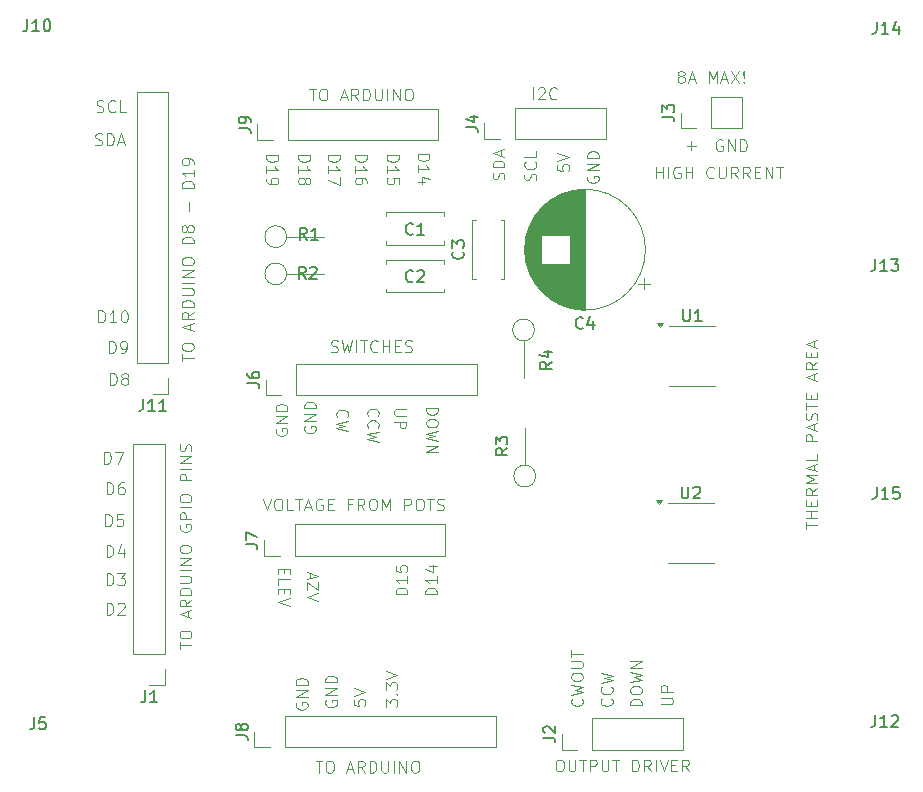
<source format=gbr>
%TF.GenerationSoftware,KiCad,Pcbnew,8.0.6-8.0.6-0~ubuntu24.04.1*%
%TF.CreationDate,2024-10-18T14:58:40+02:00*%
%TF.ProjectId,K3NG-rotator-shield,4b334e47-2d72-46f7-9461-746f722d7368,rev?*%
%TF.SameCoordinates,Original*%
%TF.FileFunction,Legend,Top*%
%TF.FilePolarity,Positive*%
%FSLAX46Y46*%
G04 Gerber Fmt 4.6, Leading zero omitted, Abs format (unit mm)*
G04 Created by KiCad (PCBNEW 8.0.6-8.0.6-0~ubuntu24.04.1) date 2024-10-18 14:58:40*
%MOMM*%
%LPD*%
G01*
G04 APERTURE LIST*
%ADD10C,0.100000*%
%ADD11C,0.150000*%
%ADD12C,0.120000*%
G04 APERTURE END LIST*
D10*
X53913295Y-81356265D02*
X53913295Y-81832455D01*
X53627580Y-81261027D02*
X54627580Y-81594360D01*
X54627580Y-81594360D02*
X53627580Y-81927693D01*
X54627580Y-82165789D02*
X54627580Y-82832455D01*
X54627580Y-82832455D02*
X53627580Y-82165789D01*
X53627580Y-82165789D02*
X53627580Y-82832455D01*
X54627580Y-83070551D02*
X53627580Y-83403884D01*
X53627580Y-83403884D02*
X54627580Y-83737217D01*
X62052580Y-67503884D02*
X61243057Y-67503884D01*
X61243057Y-67503884D02*
X61147819Y-67551503D01*
X61147819Y-67551503D02*
X61100200Y-67599122D01*
X61100200Y-67599122D02*
X61052580Y-67694360D01*
X61052580Y-67694360D02*
X61052580Y-67884836D01*
X61052580Y-67884836D02*
X61100200Y-67980074D01*
X61100200Y-67980074D02*
X61147819Y-68027693D01*
X61147819Y-68027693D02*
X61243057Y-68075312D01*
X61243057Y-68075312D02*
X62052580Y-68075312D01*
X61052580Y-68551503D02*
X62052580Y-68551503D01*
X62052580Y-68551503D02*
X62052580Y-68932455D01*
X62052580Y-68932455D02*
X62004961Y-69027693D01*
X62004961Y-69027693D02*
X61957342Y-69075312D01*
X61957342Y-69075312D02*
X61862104Y-69122931D01*
X61862104Y-69122931D02*
X61719247Y-69122931D01*
X61719247Y-69122931D02*
X61624009Y-69075312D01*
X61624009Y-69075312D02*
X61576390Y-69027693D01*
X61576390Y-69027693D02*
X61528771Y-68932455D01*
X61528771Y-68932455D02*
X61528771Y-68551503D01*
X79437180Y-92024687D02*
X79484800Y-92072306D01*
X79484800Y-92072306D02*
X79532419Y-92215163D01*
X79532419Y-92215163D02*
X79532419Y-92310401D01*
X79532419Y-92310401D02*
X79484800Y-92453258D01*
X79484800Y-92453258D02*
X79389561Y-92548496D01*
X79389561Y-92548496D02*
X79294323Y-92596115D01*
X79294323Y-92596115D02*
X79103847Y-92643734D01*
X79103847Y-92643734D02*
X78960990Y-92643734D01*
X78960990Y-92643734D02*
X78770514Y-92596115D01*
X78770514Y-92596115D02*
X78675276Y-92548496D01*
X78675276Y-92548496D02*
X78580038Y-92453258D01*
X78580038Y-92453258D02*
X78532419Y-92310401D01*
X78532419Y-92310401D02*
X78532419Y-92215163D01*
X78532419Y-92215163D02*
X78580038Y-92072306D01*
X78580038Y-92072306D02*
X78627657Y-92024687D01*
X79437180Y-91024687D02*
X79484800Y-91072306D01*
X79484800Y-91072306D02*
X79532419Y-91215163D01*
X79532419Y-91215163D02*
X79532419Y-91310401D01*
X79532419Y-91310401D02*
X79484800Y-91453258D01*
X79484800Y-91453258D02*
X79389561Y-91548496D01*
X79389561Y-91548496D02*
X79294323Y-91596115D01*
X79294323Y-91596115D02*
X79103847Y-91643734D01*
X79103847Y-91643734D02*
X78960990Y-91643734D01*
X78960990Y-91643734D02*
X78770514Y-91596115D01*
X78770514Y-91596115D02*
X78675276Y-91548496D01*
X78675276Y-91548496D02*
X78580038Y-91453258D01*
X78580038Y-91453258D02*
X78532419Y-91310401D01*
X78532419Y-91310401D02*
X78532419Y-91215163D01*
X78532419Y-91215163D02*
X78580038Y-91072306D01*
X78580038Y-91072306D02*
X78627657Y-91024687D01*
X78532419Y-90691353D02*
X79532419Y-90453258D01*
X79532419Y-90453258D02*
X78818133Y-90262782D01*
X78818133Y-90262782D02*
X79532419Y-90072306D01*
X79532419Y-90072306D02*
X78532419Y-89834211D01*
X76937180Y-92024687D02*
X76984800Y-92072306D01*
X76984800Y-92072306D02*
X77032419Y-92215163D01*
X77032419Y-92215163D02*
X77032419Y-92310401D01*
X77032419Y-92310401D02*
X76984800Y-92453258D01*
X76984800Y-92453258D02*
X76889561Y-92548496D01*
X76889561Y-92548496D02*
X76794323Y-92596115D01*
X76794323Y-92596115D02*
X76603847Y-92643734D01*
X76603847Y-92643734D02*
X76460990Y-92643734D01*
X76460990Y-92643734D02*
X76270514Y-92596115D01*
X76270514Y-92596115D02*
X76175276Y-92548496D01*
X76175276Y-92548496D02*
X76080038Y-92453258D01*
X76080038Y-92453258D02*
X76032419Y-92310401D01*
X76032419Y-92310401D02*
X76032419Y-92215163D01*
X76032419Y-92215163D02*
X76080038Y-92072306D01*
X76080038Y-92072306D02*
X76127657Y-92024687D01*
X76032419Y-91691353D02*
X77032419Y-91453258D01*
X77032419Y-91453258D02*
X76318133Y-91262782D01*
X76318133Y-91262782D02*
X77032419Y-91072306D01*
X77032419Y-91072306D02*
X76032419Y-90834211D01*
X76032419Y-90262782D02*
X76032419Y-90072306D01*
X76032419Y-90072306D02*
X76080038Y-89977068D01*
X76080038Y-89977068D02*
X76175276Y-89881830D01*
X76175276Y-89881830D02*
X76365752Y-89834211D01*
X76365752Y-89834211D02*
X76699085Y-89834211D01*
X76699085Y-89834211D02*
X76889561Y-89881830D01*
X76889561Y-89881830D02*
X76984800Y-89977068D01*
X76984800Y-89977068D02*
X77032419Y-90072306D01*
X77032419Y-90072306D02*
X77032419Y-90262782D01*
X77032419Y-90262782D02*
X76984800Y-90358020D01*
X76984800Y-90358020D02*
X76889561Y-90453258D01*
X76889561Y-90453258D02*
X76699085Y-90500877D01*
X76699085Y-90500877D02*
X76365752Y-90500877D01*
X76365752Y-90500877D02*
X76175276Y-90453258D01*
X76175276Y-90453258D02*
X76080038Y-90358020D01*
X76080038Y-90358020D02*
X76032419Y-90262782D01*
X76032419Y-89405639D02*
X76841942Y-89405639D01*
X76841942Y-89405639D02*
X76937180Y-89358020D01*
X76937180Y-89358020D02*
X76984800Y-89310401D01*
X76984800Y-89310401D02*
X77032419Y-89215163D01*
X77032419Y-89215163D02*
X77032419Y-89024687D01*
X77032419Y-89024687D02*
X76984800Y-88929449D01*
X76984800Y-88929449D02*
X76937180Y-88881830D01*
X76937180Y-88881830D02*
X76841942Y-88834211D01*
X76841942Y-88834211D02*
X76032419Y-88834211D01*
X76032419Y-88500877D02*
X76032419Y-87929449D01*
X77032419Y-88215163D02*
X76032419Y-88215163D01*
X77420038Y-47772306D02*
X77372419Y-47867544D01*
X77372419Y-47867544D02*
X77372419Y-48010401D01*
X77372419Y-48010401D02*
X77420038Y-48153258D01*
X77420038Y-48153258D02*
X77515276Y-48248496D01*
X77515276Y-48248496D02*
X77610514Y-48296115D01*
X77610514Y-48296115D02*
X77800990Y-48343734D01*
X77800990Y-48343734D02*
X77943847Y-48343734D01*
X77943847Y-48343734D02*
X78134323Y-48296115D01*
X78134323Y-48296115D02*
X78229561Y-48248496D01*
X78229561Y-48248496D02*
X78324800Y-48153258D01*
X78324800Y-48153258D02*
X78372419Y-48010401D01*
X78372419Y-48010401D02*
X78372419Y-47915163D01*
X78372419Y-47915163D02*
X78324800Y-47772306D01*
X78324800Y-47772306D02*
X78277180Y-47724687D01*
X78277180Y-47724687D02*
X77943847Y-47724687D01*
X77943847Y-47724687D02*
X77943847Y-47915163D01*
X78372419Y-47296115D02*
X77372419Y-47296115D01*
X77372419Y-47296115D02*
X78372419Y-46724687D01*
X78372419Y-46724687D02*
X77372419Y-46724687D01*
X78372419Y-46248496D02*
X77372419Y-46248496D01*
X77372419Y-46248496D02*
X77372419Y-46010401D01*
X77372419Y-46010401D02*
X77420038Y-45867544D01*
X77420038Y-45867544D02*
X77515276Y-45772306D01*
X77515276Y-45772306D02*
X77610514Y-45724687D01*
X77610514Y-45724687D02*
X77800990Y-45677068D01*
X77800990Y-45677068D02*
X77943847Y-45677068D01*
X77943847Y-45677068D02*
X78134323Y-45724687D01*
X78134323Y-45724687D02*
X78229561Y-45772306D01*
X78229561Y-45772306D02*
X78324800Y-45867544D01*
X78324800Y-45867544D02*
X78372419Y-46010401D01*
X78372419Y-46010401D02*
X78372419Y-46248496D01*
X83632419Y-92496115D02*
X84441942Y-92496115D01*
X84441942Y-92496115D02*
X84537180Y-92448496D01*
X84537180Y-92448496D02*
X84584800Y-92400877D01*
X84584800Y-92400877D02*
X84632419Y-92305639D01*
X84632419Y-92305639D02*
X84632419Y-92115163D01*
X84632419Y-92115163D02*
X84584800Y-92019925D01*
X84584800Y-92019925D02*
X84537180Y-91972306D01*
X84537180Y-91972306D02*
X84441942Y-91924687D01*
X84441942Y-91924687D02*
X83632419Y-91924687D01*
X84632419Y-91448496D02*
X83632419Y-91448496D01*
X83632419Y-91448496D02*
X83632419Y-91067544D01*
X83632419Y-91067544D02*
X83680038Y-90972306D01*
X83680038Y-90972306D02*
X83727657Y-90924687D01*
X83727657Y-90924687D02*
X83822895Y-90877068D01*
X83822895Y-90877068D02*
X83965752Y-90877068D01*
X83965752Y-90877068D02*
X84060990Y-90924687D01*
X84060990Y-90924687D02*
X84108609Y-90972306D01*
X84108609Y-90972306D02*
X84156228Y-91067544D01*
X84156228Y-91067544D02*
X84156228Y-91448496D01*
X53460038Y-68972306D02*
X53412419Y-69067544D01*
X53412419Y-69067544D02*
X53412419Y-69210401D01*
X53412419Y-69210401D02*
X53460038Y-69353258D01*
X53460038Y-69353258D02*
X53555276Y-69448496D01*
X53555276Y-69448496D02*
X53650514Y-69496115D01*
X53650514Y-69496115D02*
X53840990Y-69543734D01*
X53840990Y-69543734D02*
X53983847Y-69543734D01*
X53983847Y-69543734D02*
X54174323Y-69496115D01*
X54174323Y-69496115D02*
X54269561Y-69448496D01*
X54269561Y-69448496D02*
X54364800Y-69353258D01*
X54364800Y-69353258D02*
X54412419Y-69210401D01*
X54412419Y-69210401D02*
X54412419Y-69115163D01*
X54412419Y-69115163D02*
X54364800Y-68972306D01*
X54364800Y-68972306D02*
X54317180Y-68924687D01*
X54317180Y-68924687D02*
X53983847Y-68924687D01*
X53983847Y-68924687D02*
X53983847Y-69115163D01*
X54412419Y-68496115D02*
X53412419Y-68496115D01*
X53412419Y-68496115D02*
X54412419Y-67924687D01*
X54412419Y-67924687D02*
X53412419Y-67924687D01*
X54412419Y-67448496D02*
X53412419Y-67448496D01*
X53412419Y-67448496D02*
X53412419Y-67210401D01*
X53412419Y-67210401D02*
X53460038Y-67067544D01*
X53460038Y-67067544D02*
X53555276Y-66972306D01*
X53555276Y-66972306D02*
X53650514Y-66924687D01*
X53650514Y-66924687D02*
X53840990Y-66877068D01*
X53840990Y-66877068D02*
X53983847Y-66877068D01*
X53983847Y-66877068D02*
X54174323Y-66924687D01*
X54174323Y-66924687D02*
X54269561Y-66972306D01*
X54269561Y-66972306D02*
X54364800Y-67067544D01*
X54364800Y-67067544D02*
X54412419Y-67210401D01*
X54412419Y-67210401D02*
X54412419Y-67448496D01*
X36003884Y-60152419D02*
X36003884Y-59152419D01*
X36003884Y-59152419D02*
X36241979Y-59152419D01*
X36241979Y-59152419D02*
X36384836Y-59200038D01*
X36384836Y-59200038D02*
X36480074Y-59295276D01*
X36480074Y-59295276D02*
X36527693Y-59390514D01*
X36527693Y-59390514D02*
X36575312Y-59580990D01*
X36575312Y-59580990D02*
X36575312Y-59723847D01*
X36575312Y-59723847D02*
X36527693Y-59914323D01*
X36527693Y-59914323D02*
X36480074Y-60009561D01*
X36480074Y-60009561D02*
X36384836Y-60104800D01*
X36384836Y-60104800D02*
X36241979Y-60152419D01*
X36241979Y-60152419D02*
X36003884Y-60152419D01*
X37527693Y-60152419D02*
X36956265Y-60152419D01*
X37241979Y-60152419D02*
X37241979Y-59152419D01*
X37241979Y-59152419D02*
X37146741Y-59295276D01*
X37146741Y-59295276D02*
X37051503Y-59390514D01*
X37051503Y-59390514D02*
X36956265Y-59438133D01*
X38146741Y-59152419D02*
X38241979Y-59152419D01*
X38241979Y-59152419D02*
X38337217Y-59200038D01*
X38337217Y-59200038D02*
X38384836Y-59247657D01*
X38384836Y-59247657D02*
X38432455Y-59342895D01*
X38432455Y-59342895D02*
X38480074Y-59533371D01*
X38480074Y-59533371D02*
X38480074Y-59771466D01*
X38480074Y-59771466D02*
X38432455Y-59961942D01*
X38432455Y-59961942D02*
X38384836Y-60057180D01*
X38384836Y-60057180D02*
X38337217Y-60104800D01*
X38337217Y-60104800D02*
X38241979Y-60152419D01*
X38241979Y-60152419D02*
X38146741Y-60152419D01*
X38146741Y-60152419D02*
X38051503Y-60104800D01*
X38051503Y-60104800D02*
X38003884Y-60057180D01*
X38003884Y-60057180D02*
X37956265Y-59961942D01*
X37956265Y-59961942D02*
X37908646Y-59771466D01*
X37908646Y-59771466D02*
X37908646Y-59533371D01*
X37908646Y-59533371D02*
X37956265Y-59342895D01*
X37956265Y-59342895D02*
X38003884Y-59247657D01*
X38003884Y-59247657D02*
X38051503Y-59200038D01*
X38051503Y-59200038D02*
X38146741Y-59152419D01*
X63027580Y-45903884D02*
X64027580Y-45903884D01*
X64027580Y-45903884D02*
X64027580Y-46141979D01*
X64027580Y-46141979D02*
X63979961Y-46284836D01*
X63979961Y-46284836D02*
X63884723Y-46380074D01*
X63884723Y-46380074D02*
X63789485Y-46427693D01*
X63789485Y-46427693D02*
X63599009Y-46475312D01*
X63599009Y-46475312D02*
X63456152Y-46475312D01*
X63456152Y-46475312D02*
X63265676Y-46427693D01*
X63265676Y-46427693D02*
X63170438Y-46380074D01*
X63170438Y-46380074D02*
X63075200Y-46284836D01*
X63075200Y-46284836D02*
X63027580Y-46141979D01*
X63027580Y-46141979D02*
X63027580Y-45903884D01*
X63027580Y-47427693D02*
X63027580Y-46856265D01*
X63027580Y-47141979D02*
X64027580Y-47141979D01*
X64027580Y-47141979D02*
X63884723Y-47046741D01*
X63884723Y-47046741D02*
X63789485Y-46951503D01*
X63789485Y-46951503D02*
X63741866Y-46856265D01*
X63694247Y-48284836D02*
X63027580Y-48284836D01*
X64075200Y-48046741D02*
X63360914Y-47808646D01*
X63360914Y-47808646D02*
X63360914Y-48427693D01*
X35756265Y-45104800D02*
X35899122Y-45152419D01*
X35899122Y-45152419D02*
X36137217Y-45152419D01*
X36137217Y-45152419D02*
X36232455Y-45104800D01*
X36232455Y-45104800D02*
X36280074Y-45057180D01*
X36280074Y-45057180D02*
X36327693Y-44961942D01*
X36327693Y-44961942D02*
X36327693Y-44866704D01*
X36327693Y-44866704D02*
X36280074Y-44771466D01*
X36280074Y-44771466D02*
X36232455Y-44723847D01*
X36232455Y-44723847D02*
X36137217Y-44676228D01*
X36137217Y-44676228D02*
X35946741Y-44628609D01*
X35946741Y-44628609D02*
X35851503Y-44580990D01*
X35851503Y-44580990D02*
X35803884Y-44533371D01*
X35803884Y-44533371D02*
X35756265Y-44438133D01*
X35756265Y-44438133D02*
X35756265Y-44342895D01*
X35756265Y-44342895D02*
X35803884Y-44247657D01*
X35803884Y-44247657D02*
X35851503Y-44200038D01*
X35851503Y-44200038D02*
X35946741Y-44152419D01*
X35946741Y-44152419D02*
X36184836Y-44152419D01*
X36184836Y-44152419D02*
X36327693Y-44200038D01*
X36756265Y-45152419D02*
X36756265Y-44152419D01*
X36756265Y-44152419D02*
X36994360Y-44152419D01*
X36994360Y-44152419D02*
X37137217Y-44200038D01*
X37137217Y-44200038D02*
X37232455Y-44295276D01*
X37232455Y-44295276D02*
X37280074Y-44390514D01*
X37280074Y-44390514D02*
X37327693Y-44580990D01*
X37327693Y-44580990D02*
X37327693Y-44723847D01*
X37327693Y-44723847D02*
X37280074Y-44914323D01*
X37280074Y-44914323D02*
X37232455Y-45009561D01*
X37232455Y-45009561D02*
X37137217Y-45104800D01*
X37137217Y-45104800D02*
X36994360Y-45152419D01*
X36994360Y-45152419D02*
X36756265Y-45152419D01*
X37708646Y-44866704D02*
X38184836Y-44866704D01*
X37613408Y-45152419D02*
X37946741Y-44152419D01*
X37946741Y-44152419D02*
X38280074Y-45152419D01*
X73024800Y-48143734D02*
X73072419Y-48000877D01*
X73072419Y-48000877D02*
X73072419Y-47762782D01*
X73072419Y-47762782D02*
X73024800Y-47667544D01*
X73024800Y-47667544D02*
X72977180Y-47619925D01*
X72977180Y-47619925D02*
X72881942Y-47572306D01*
X72881942Y-47572306D02*
X72786704Y-47572306D01*
X72786704Y-47572306D02*
X72691466Y-47619925D01*
X72691466Y-47619925D02*
X72643847Y-47667544D01*
X72643847Y-47667544D02*
X72596228Y-47762782D01*
X72596228Y-47762782D02*
X72548609Y-47953258D01*
X72548609Y-47953258D02*
X72500990Y-48048496D01*
X72500990Y-48048496D02*
X72453371Y-48096115D01*
X72453371Y-48096115D02*
X72358133Y-48143734D01*
X72358133Y-48143734D02*
X72262895Y-48143734D01*
X72262895Y-48143734D02*
X72167657Y-48096115D01*
X72167657Y-48096115D02*
X72120038Y-48048496D01*
X72120038Y-48048496D02*
X72072419Y-47953258D01*
X72072419Y-47953258D02*
X72072419Y-47715163D01*
X72072419Y-47715163D02*
X72120038Y-47572306D01*
X72977180Y-46572306D02*
X73024800Y-46619925D01*
X73024800Y-46619925D02*
X73072419Y-46762782D01*
X73072419Y-46762782D02*
X73072419Y-46858020D01*
X73072419Y-46858020D02*
X73024800Y-47000877D01*
X73024800Y-47000877D02*
X72929561Y-47096115D01*
X72929561Y-47096115D02*
X72834323Y-47143734D01*
X72834323Y-47143734D02*
X72643847Y-47191353D01*
X72643847Y-47191353D02*
X72500990Y-47191353D01*
X72500990Y-47191353D02*
X72310514Y-47143734D01*
X72310514Y-47143734D02*
X72215276Y-47096115D01*
X72215276Y-47096115D02*
X72120038Y-47000877D01*
X72120038Y-47000877D02*
X72072419Y-46858020D01*
X72072419Y-46858020D02*
X72072419Y-46762782D01*
X72072419Y-46762782D02*
X72120038Y-46619925D01*
X72120038Y-46619925D02*
X72167657Y-46572306D01*
X73072419Y-45667544D02*
X73072419Y-46143734D01*
X73072419Y-46143734D02*
X72072419Y-46143734D01*
X72803884Y-41272419D02*
X72803884Y-40272419D01*
X73232455Y-40367657D02*
X73280074Y-40320038D01*
X73280074Y-40320038D02*
X73375312Y-40272419D01*
X73375312Y-40272419D02*
X73613407Y-40272419D01*
X73613407Y-40272419D02*
X73708645Y-40320038D01*
X73708645Y-40320038D02*
X73756264Y-40367657D01*
X73756264Y-40367657D02*
X73803883Y-40462895D01*
X73803883Y-40462895D02*
X73803883Y-40558133D01*
X73803883Y-40558133D02*
X73756264Y-40700990D01*
X73756264Y-40700990D02*
X73184836Y-41272419D01*
X73184836Y-41272419D02*
X73803883Y-41272419D01*
X74803883Y-41177180D02*
X74756264Y-41224800D01*
X74756264Y-41224800D02*
X74613407Y-41272419D01*
X74613407Y-41272419D02*
X74518169Y-41272419D01*
X74518169Y-41272419D02*
X74375312Y-41224800D01*
X74375312Y-41224800D02*
X74280074Y-41129561D01*
X74280074Y-41129561D02*
X74232455Y-41034323D01*
X74232455Y-41034323D02*
X74184836Y-40843847D01*
X74184836Y-40843847D02*
X74184836Y-40700990D01*
X74184836Y-40700990D02*
X74232455Y-40510514D01*
X74232455Y-40510514D02*
X74280074Y-40415276D01*
X74280074Y-40415276D02*
X74375312Y-40320038D01*
X74375312Y-40320038D02*
X74518169Y-40272419D01*
X74518169Y-40272419D02*
X74613407Y-40272419D01*
X74613407Y-40272419D02*
X74756264Y-40320038D01*
X74756264Y-40320038D02*
X74803883Y-40367657D01*
X82032419Y-92596115D02*
X81032419Y-92596115D01*
X81032419Y-92596115D02*
X81032419Y-92358020D01*
X81032419Y-92358020D02*
X81080038Y-92215163D01*
X81080038Y-92215163D02*
X81175276Y-92119925D01*
X81175276Y-92119925D02*
X81270514Y-92072306D01*
X81270514Y-92072306D02*
X81460990Y-92024687D01*
X81460990Y-92024687D02*
X81603847Y-92024687D01*
X81603847Y-92024687D02*
X81794323Y-92072306D01*
X81794323Y-92072306D02*
X81889561Y-92119925D01*
X81889561Y-92119925D02*
X81984800Y-92215163D01*
X81984800Y-92215163D02*
X82032419Y-92358020D01*
X82032419Y-92358020D02*
X82032419Y-92596115D01*
X81032419Y-91405639D02*
X81032419Y-91215163D01*
X81032419Y-91215163D02*
X81080038Y-91119925D01*
X81080038Y-91119925D02*
X81175276Y-91024687D01*
X81175276Y-91024687D02*
X81365752Y-90977068D01*
X81365752Y-90977068D02*
X81699085Y-90977068D01*
X81699085Y-90977068D02*
X81889561Y-91024687D01*
X81889561Y-91024687D02*
X81984800Y-91119925D01*
X81984800Y-91119925D02*
X82032419Y-91215163D01*
X82032419Y-91215163D02*
X82032419Y-91405639D01*
X82032419Y-91405639D02*
X81984800Y-91500877D01*
X81984800Y-91500877D02*
X81889561Y-91596115D01*
X81889561Y-91596115D02*
X81699085Y-91643734D01*
X81699085Y-91643734D02*
X81365752Y-91643734D01*
X81365752Y-91643734D02*
X81175276Y-91596115D01*
X81175276Y-91596115D02*
X81080038Y-91500877D01*
X81080038Y-91500877D02*
X81032419Y-91405639D01*
X81032419Y-90643734D02*
X82032419Y-90405639D01*
X82032419Y-90405639D02*
X81318133Y-90215163D01*
X81318133Y-90215163D02*
X82032419Y-90024687D01*
X82032419Y-90024687D02*
X81032419Y-89786592D01*
X82032419Y-89405639D02*
X81032419Y-89405639D01*
X81032419Y-89405639D02*
X82032419Y-88834211D01*
X82032419Y-88834211D02*
X81032419Y-88834211D01*
X70324800Y-48043734D02*
X70372419Y-47900877D01*
X70372419Y-47900877D02*
X70372419Y-47662782D01*
X70372419Y-47662782D02*
X70324800Y-47567544D01*
X70324800Y-47567544D02*
X70277180Y-47519925D01*
X70277180Y-47519925D02*
X70181942Y-47472306D01*
X70181942Y-47472306D02*
X70086704Y-47472306D01*
X70086704Y-47472306D02*
X69991466Y-47519925D01*
X69991466Y-47519925D02*
X69943847Y-47567544D01*
X69943847Y-47567544D02*
X69896228Y-47662782D01*
X69896228Y-47662782D02*
X69848609Y-47853258D01*
X69848609Y-47853258D02*
X69800990Y-47948496D01*
X69800990Y-47948496D02*
X69753371Y-47996115D01*
X69753371Y-47996115D02*
X69658133Y-48043734D01*
X69658133Y-48043734D02*
X69562895Y-48043734D01*
X69562895Y-48043734D02*
X69467657Y-47996115D01*
X69467657Y-47996115D02*
X69420038Y-47948496D01*
X69420038Y-47948496D02*
X69372419Y-47853258D01*
X69372419Y-47853258D02*
X69372419Y-47615163D01*
X69372419Y-47615163D02*
X69420038Y-47472306D01*
X70372419Y-47043734D02*
X69372419Y-47043734D01*
X69372419Y-47043734D02*
X69372419Y-46805639D01*
X69372419Y-46805639D02*
X69420038Y-46662782D01*
X69420038Y-46662782D02*
X69515276Y-46567544D01*
X69515276Y-46567544D02*
X69610514Y-46519925D01*
X69610514Y-46519925D02*
X69800990Y-46472306D01*
X69800990Y-46472306D02*
X69943847Y-46472306D01*
X69943847Y-46472306D02*
X70134323Y-46519925D01*
X70134323Y-46519925D02*
X70229561Y-46567544D01*
X70229561Y-46567544D02*
X70324800Y-46662782D01*
X70324800Y-46662782D02*
X70372419Y-46805639D01*
X70372419Y-46805639D02*
X70372419Y-47043734D01*
X70086704Y-46091353D02*
X70086704Y-45615163D01*
X70372419Y-46186591D02*
X69372419Y-45853258D01*
X69372419Y-45853258D02*
X70372419Y-45519925D01*
X60312419Y-92691353D02*
X60312419Y-92072306D01*
X60312419Y-92072306D02*
X60693371Y-92405639D01*
X60693371Y-92405639D02*
X60693371Y-92262782D01*
X60693371Y-92262782D02*
X60740990Y-92167544D01*
X60740990Y-92167544D02*
X60788609Y-92119925D01*
X60788609Y-92119925D02*
X60883847Y-92072306D01*
X60883847Y-92072306D02*
X61121942Y-92072306D01*
X61121942Y-92072306D02*
X61217180Y-92119925D01*
X61217180Y-92119925D02*
X61264800Y-92167544D01*
X61264800Y-92167544D02*
X61312419Y-92262782D01*
X61312419Y-92262782D02*
X61312419Y-92548496D01*
X61312419Y-92548496D02*
X61264800Y-92643734D01*
X61264800Y-92643734D02*
X61217180Y-92691353D01*
X61217180Y-91643734D02*
X61264800Y-91596115D01*
X61264800Y-91596115D02*
X61312419Y-91643734D01*
X61312419Y-91643734D02*
X61264800Y-91691353D01*
X61264800Y-91691353D02*
X61217180Y-91643734D01*
X61217180Y-91643734D02*
X61312419Y-91643734D01*
X60312419Y-91262782D02*
X60312419Y-90643735D01*
X60312419Y-90643735D02*
X60693371Y-90977068D01*
X60693371Y-90977068D02*
X60693371Y-90834211D01*
X60693371Y-90834211D02*
X60740990Y-90738973D01*
X60740990Y-90738973D02*
X60788609Y-90691354D01*
X60788609Y-90691354D02*
X60883847Y-90643735D01*
X60883847Y-90643735D02*
X61121942Y-90643735D01*
X61121942Y-90643735D02*
X61217180Y-90691354D01*
X61217180Y-90691354D02*
X61264800Y-90738973D01*
X61264800Y-90738973D02*
X61312419Y-90834211D01*
X61312419Y-90834211D02*
X61312419Y-91119925D01*
X61312419Y-91119925D02*
X61264800Y-91215163D01*
X61264800Y-91215163D02*
X61217180Y-91262782D01*
X60312419Y-90358020D02*
X61312419Y-90024687D01*
X61312419Y-90024687D02*
X60312419Y-89691354D01*
X35856265Y-42304800D02*
X35999122Y-42352419D01*
X35999122Y-42352419D02*
X36237217Y-42352419D01*
X36237217Y-42352419D02*
X36332455Y-42304800D01*
X36332455Y-42304800D02*
X36380074Y-42257180D01*
X36380074Y-42257180D02*
X36427693Y-42161942D01*
X36427693Y-42161942D02*
X36427693Y-42066704D01*
X36427693Y-42066704D02*
X36380074Y-41971466D01*
X36380074Y-41971466D02*
X36332455Y-41923847D01*
X36332455Y-41923847D02*
X36237217Y-41876228D01*
X36237217Y-41876228D02*
X36046741Y-41828609D01*
X36046741Y-41828609D02*
X35951503Y-41780990D01*
X35951503Y-41780990D02*
X35903884Y-41733371D01*
X35903884Y-41733371D02*
X35856265Y-41638133D01*
X35856265Y-41638133D02*
X35856265Y-41542895D01*
X35856265Y-41542895D02*
X35903884Y-41447657D01*
X35903884Y-41447657D02*
X35951503Y-41400038D01*
X35951503Y-41400038D02*
X36046741Y-41352419D01*
X36046741Y-41352419D02*
X36284836Y-41352419D01*
X36284836Y-41352419D02*
X36427693Y-41400038D01*
X37427693Y-42257180D02*
X37380074Y-42304800D01*
X37380074Y-42304800D02*
X37237217Y-42352419D01*
X37237217Y-42352419D02*
X37141979Y-42352419D01*
X37141979Y-42352419D02*
X36999122Y-42304800D01*
X36999122Y-42304800D02*
X36903884Y-42209561D01*
X36903884Y-42209561D02*
X36856265Y-42114323D01*
X36856265Y-42114323D02*
X36808646Y-41923847D01*
X36808646Y-41923847D02*
X36808646Y-41780990D01*
X36808646Y-41780990D02*
X36856265Y-41590514D01*
X36856265Y-41590514D02*
X36903884Y-41495276D01*
X36903884Y-41495276D02*
X36999122Y-41400038D01*
X36999122Y-41400038D02*
X37141979Y-41352419D01*
X37141979Y-41352419D02*
X37237217Y-41352419D01*
X37237217Y-41352419D02*
X37380074Y-41400038D01*
X37380074Y-41400038D02*
X37427693Y-41447657D01*
X38332455Y-42352419D02*
X37856265Y-42352419D01*
X37856265Y-42352419D02*
X37856265Y-41352419D01*
X85803884Y-45191466D02*
X86565789Y-45191466D01*
X86184836Y-45572419D02*
X86184836Y-44810514D01*
X36603884Y-77412419D02*
X36603884Y-76412419D01*
X36603884Y-76412419D02*
X36841979Y-76412419D01*
X36841979Y-76412419D02*
X36984836Y-76460038D01*
X36984836Y-76460038D02*
X37080074Y-76555276D01*
X37080074Y-76555276D02*
X37127693Y-76650514D01*
X37127693Y-76650514D02*
X37175312Y-76840990D01*
X37175312Y-76840990D02*
X37175312Y-76983847D01*
X37175312Y-76983847D02*
X37127693Y-77174323D01*
X37127693Y-77174323D02*
X37080074Y-77269561D01*
X37080074Y-77269561D02*
X36984836Y-77364800D01*
X36984836Y-77364800D02*
X36841979Y-77412419D01*
X36841979Y-77412419D02*
X36603884Y-77412419D01*
X38080074Y-76412419D02*
X37603884Y-76412419D01*
X37603884Y-76412419D02*
X37556265Y-76888609D01*
X37556265Y-76888609D02*
X37603884Y-76840990D01*
X37603884Y-76840990D02*
X37699122Y-76793371D01*
X37699122Y-76793371D02*
X37937217Y-76793371D01*
X37937217Y-76793371D02*
X38032455Y-76840990D01*
X38032455Y-76840990D02*
X38080074Y-76888609D01*
X38080074Y-76888609D02*
X38127693Y-76983847D01*
X38127693Y-76983847D02*
X38127693Y-77221942D01*
X38127693Y-77221942D02*
X38080074Y-77317180D01*
X38080074Y-77317180D02*
X38032455Y-77364800D01*
X38032455Y-77364800D02*
X37937217Y-77412419D01*
X37937217Y-77412419D02*
X37699122Y-77412419D01*
X37699122Y-77412419D02*
X37603884Y-77364800D01*
X37603884Y-77364800D02*
X37556265Y-77317180D01*
X36703884Y-82412419D02*
X36703884Y-81412419D01*
X36703884Y-81412419D02*
X36941979Y-81412419D01*
X36941979Y-81412419D02*
X37084836Y-81460038D01*
X37084836Y-81460038D02*
X37180074Y-81555276D01*
X37180074Y-81555276D02*
X37227693Y-81650514D01*
X37227693Y-81650514D02*
X37275312Y-81840990D01*
X37275312Y-81840990D02*
X37275312Y-81983847D01*
X37275312Y-81983847D02*
X37227693Y-82174323D01*
X37227693Y-82174323D02*
X37180074Y-82269561D01*
X37180074Y-82269561D02*
X37084836Y-82364800D01*
X37084836Y-82364800D02*
X36941979Y-82412419D01*
X36941979Y-82412419D02*
X36703884Y-82412419D01*
X37608646Y-81412419D02*
X38227693Y-81412419D01*
X38227693Y-81412419D02*
X37894360Y-81793371D01*
X37894360Y-81793371D02*
X38037217Y-81793371D01*
X38037217Y-81793371D02*
X38132455Y-81840990D01*
X38132455Y-81840990D02*
X38180074Y-81888609D01*
X38180074Y-81888609D02*
X38227693Y-81983847D01*
X38227693Y-81983847D02*
X38227693Y-82221942D01*
X38227693Y-82221942D02*
X38180074Y-82317180D01*
X38180074Y-82317180D02*
X38132455Y-82364800D01*
X38132455Y-82364800D02*
X38037217Y-82412419D01*
X38037217Y-82412419D02*
X37751503Y-82412419D01*
X37751503Y-82412419D02*
X37656265Y-82364800D01*
X37656265Y-82364800D02*
X37608646Y-82317180D01*
X36703884Y-74712419D02*
X36703884Y-73712419D01*
X36703884Y-73712419D02*
X36941979Y-73712419D01*
X36941979Y-73712419D02*
X37084836Y-73760038D01*
X37084836Y-73760038D02*
X37180074Y-73855276D01*
X37180074Y-73855276D02*
X37227693Y-73950514D01*
X37227693Y-73950514D02*
X37275312Y-74140990D01*
X37275312Y-74140990D02*
X37275312Y-74283847D01*
X37275312Y-74283847D02*
X37227693Y-74474323D01*
X37227693Y-74474323D02*
X37180074Y-74569561D01*
X37180074Y-74569561D02*
X37084836Y-74664800D01*
X37084836Y-74664800D02*
X36941979Y-74712419D01*
X36941979Y-74712419D02*
X36703884Y-74712419D01*
X38132455Y-73712419D02*
X37941979Y-73712419D01*
X37941979Y-73712419D02*
X37846741Y-73760038D01*
X37846741Y-73760038D02*
X37799122Y-73807657D01*
X37799122Y-73807657D02*
X37703884Y-73950514D01*
X37703884Y-73950514D02*
X37656265Y-74140990D01*
X37656265Y-74140990D02*
X37656265Y-74521942D01*
X37656265Y-74521942D02*
X37703884Y-74617180D01*
X37703884Y-74617180D02*
X37751503Y-74664800D01*
X37751503Y-74664800D02*
X37846741Y-74712419D01*
X37846741Y-74712419D02*
X38037217Y-74712419D01*
X38037217Y-74712419D02*
X38132455Y-74664800D01*
X38132455Y-74664800D02*
X38180074Y-74617180D01*
X38180074Y-74617180D02*
X38227693Y-74521942D01*
X38227693Y-74521942D02*
X38227693Y-74283847D01*
X38227693Y-74283847D02*
X38180074Y-74188609D01*
X38180074Y-74188609D02*
X38132455Y-74140990D01*
X38132455Y-74140990D02*
X38037217Y-74093371D01*
X38037217Y-74093371D02*
X37846741Y-74093371D01*
X37846741Y-74093371D02*
X37751503Y-74140990D01*
X37751503Y-74140990D02*
X37703884Y-74188609D01*
X37703884Y-74188609D02*
X37656265Y-74283847D01*
X37003884Y-65452419D02*
X37003884Y-64452419D01*
X37003884Y-64452419D02*
X37241979Y-64452419D01*
X37241979Y-64452419D02*
X37384836Y-64500038D01*
X37384836Y-64500038D02*
X37480074Y-64595276D01*
X37480074Y-64595276D02*
X37527693Y-64690514D01*
X37527693Y-64690514D02*
X37575312Y-64880990D01*
X37575312Y-64880990D02*
X37575312Y-65023847D01*
X37575312Y-65023847D02*
X37527693Y-65214323D01*
X37527693Y-65214323D02*
X37480074Y-65309561D01*
X37480074Y-65309561D02*
X37384836Y-65404800D01*
X37384836Y-65404800D02*
X37241979Y-65452419D01*
X37241979Y-65452419D02*
X37003884Y-65452419D01*
X38146741Y-64880990D02*
X38051503Y-64833371D01*
X38051503Y-64833371D02*
X38003884Y-64785752D01*
X38003884Y-64785752D02*
X37956265Y-64690514D01*
X37956265Y-64690514D02*
X37956265Y-64642895D01*
X37956265Y-64642895D02*
X38003884Y-64547657D01*
X38003884Y-64547657D02*
X38051503Y-64500038D01*
X38051503Y-64500038D02*
X38146741Y-64452419D01*
X38146741Y-64452419D02*
X38337217Y-64452419D01*
X38337217Y-64452419D02*
X38432455Y-64500038D01*
X38432455Y-64500038D02*
X38480074Y-64547657D01*
X38480074Y-64547657D02*
X38527693Y-64642895D01*
X38527693Y-64642895D02*
X38527693Y-64690514D01*
X38527693Y-64690514D02*
X38480074Y-64785752D01*
X38480074Y-64785752D02*
X38432455Y-64833371D01*
X38432455Y-64833371D02*
X38337217Y-64880990D01*
X38337217Y-64880990D02*
X38146741Y-64880990D01*
X38146741Y-64880990D02*
X38051503Y-64928609D01*
X38051503Y-64928609D02*
X38003884Y-64976228D01*
X38003884Y-64976228D02*
X37956265Y-65071466D01*
X37956265Y-65071466D02*
X37956265Y-65261942D01*
X37956265Y-65261942D02*
X38003884Y-65357180D01*
X38003884Y-65357180D02*
X38051503Y-65404800D01*
X38051503Y-65404800D02*
X38146741Y-65452419D01*
X38146741Y-65452419D02*
X38337217Y-65452419D01*
X38337217Y-65452419D02*
X38432455Y-65404800D01*
X38432455Y-65404800D02*
X38480074Y-65357180D01*
X38480074Y-65357180D02*
X38527693Y-65261942D01*
X38527693Y-65261942D02*
X38527693Y-65071466D01*
X38527693Y-65071466D02*
X38480074Y-64976228D01*
X38480074Y-64976228D02*
X38432455Y-64928609D01*
X38432455Y-64928609D02*
X38337217Y-64880990D01*
X36703884Y-80012419D02*
X36703884Y-79012419D01*
X36703884Y-79012419D02*
X36941979Y-79012419D01*
X36941979Y-79012419D02*
X37084836Y-79060038D01*
X37084836Y-79060038D02*
X37180074Y-79155276D01*
X37180074Y-79155276D02*
X37227693Y-79250514D01*
X37227693Y-79250514D02*
X37275312Y-79440990D01*
X37275312Y-79440990D02*
X37275312Y-79583847D01*
X37275312Y-79583847D02*
X37227693Y-79774323D01*
X37227693Y-79774323D02*
X37180074Y-79869561D01*
X37180074Y-79869561D02*
X37084836Y-79964800D01*
X37084836Y-79964800D02*
X36941979Y-80012419D01*
X36941979Y-80012419D02*
X36703884Y-80012419D01*
X38132455Y-79345752D02*
X38132455Y-80012419D01*
X37894360Y-78964800D02*
X37656265Y-79679085D01*
X37656265Y-79679085D02*
X38275312Y-79679085D01*
X55696265Y-62624800D02*
X55839122Y-62672419D01*
X55839122Y-62672419D02*
X56077217Y-62672419D01*
X56077217Y-62672419D02*
X56172455Y-62624800D01*
X56172455Y-62624800D02*
X56220074Y-62577180D01*
X56220074Y-62577180D02*
X56267693Y-62481942D01*
X56267693Y-62481942D02*
X56267693Y-62386704D01*
X56267693Y-62386704D02*
X56220074Y-62291466D01*
X56220074Y-62291466D02*
X56172455Y-62243847D01*
X56172455Y-62243847D02*
X56077217Y-62196228D01*
X56077217Y-62196228D02*
X55886741Y-62148609D01*
X55886741Y-62148609D02*
X55791503Y-62100990D01*
X55791503Y-62100990D02*
X55743884Y-62053371D01*
X55743884Y-62053371D02*
X55696265Y-61958133D01*
X55696265Y-61958133D02*
X55696265Y-61862895D01*
X55696265Y-61862895D02*
X55743884Y-61767657D01*
X55743884Y-61767657D02*
X55791503Y-61720038D01*
X55791503Y-61720038D02*
X55886741Y-61672419D01*
X55886741Y-61672419D02*
X56124836Y-61672419D01*
X56124836Y-61672419D02*
X56267693Y-61720038D01*
X56601027Y-61672419D02*
X56839122Y-62672419D01*
X56839122Y-62672419D02*
X57029598Y-61958133D01*
X57029598Y-61958133D02*
X57220074Y-62672419D01*
X57220074Y-62672419D02*
X57458170Y-61672419D01*
X57839122Y-62672419D02*
X57839122Y-61672419D01*
X58172455Y-61672419D02*
X58743883Y-61672419D01*
X58458169Y-62672419D02*
X58458169Y-61672419D01*
X59648645Y-62577180D02*
X59601026Y-62624800D01*
X59601026Y-62624800D02*
X59458169Y-62672419D01*
X59458169Y-62672419D02*
X59362931Y-62672419D01*
X59362931Y-62672419D02*
X59220074Y-62624800D01*
X59220074Y-62624800D02*
X59124836Y-62529561D01*
X59124836Y-62529561D02*
X59077217Y-62434323D01*
X59077217Y-62434323D02*
X59029598Y-62243847D01*
X59029598Y-62243847D02*
X59029598Y-62100990D01*
X59029598Y-62100990D02*
X59077217Y-61910514D01*
X59077217Y-61910514D02*
X59124836Y-61815276D01*
X59124836Y-61815276D02*
X59220074Y-61720038D01*
X59220074Y-61720038D02*
X59362931Y-61672419D01*
X59362931Y-61672419D02*
X59458169Y-61672419D01*
X59458169Y-61672419D02*
X59601026Y-61720038D01*
X59601026Y-61720038D02*
X59648645Y-61767657D01*
X60077217Y-62672419D02*
X60077217Y-61672419D01*
X60077217Y-62148609D02*
X60648645Y-62148609D01*
X60648645Y-62672419D02*
X60648645Y-61672419D01*
X61124836Y-62148609D02*
X61458169Y-62148609D01*
X61601026Y-62672419D02*
X61124836Y-62672419D01*
X61124836Y-62672419D02*
X61124836Y-61672419D01*
X61124836Y-61672419D02*
X61601026Y-61672419D01*
X61981979Y-62624800D02*
X62124836Y-62672419D01*
X62124836Y-62672419D02*
X62362931Y-62672419D01*
X62362931Y-62672419D02*
X62458169Y-62624800D01*
X62458169Y-62624800D02*
X62505788Y-62577180D01*
X62505788Y-62577180D02*
X62553407Y-62481942D01*
X62553407Y-62481942D02*
X62553407Y-62386704D01*
X62553407Y-62386704D02*
X62505788Y-62291466D01*
X62505788Y-62291466D02*
X62458169Y-62243847D01*
X62458169Y-62243847D02*
X62362931Y-62196228D01*
X62362931Y-62196228D02*
X62172455Y-62148609D01*
X62172455Y-62148609D02*
X62077217Y-62100990D01*
X62077217Y-62100990D02*
X62029598Y-62053371D01*
X62029598Y-62053371D02*
X61981979Y-61958133D01*
X61981979Y-61958133D02*
X61981979Y-61862895D01*
X61981979Y-61862895D02*
X62029598Y-61767657D01*
X62029598Y-61767657D02*
X62077217Y-61720038D01*
X62077217Y-61720038D02*
X62172455Y-61672419D01*
X62172455Y-61672419D02*
X62410550Y-61672419D01*
X62410550Y-61672419D02*
X62553407Y-61720038D01*
X83203884Y-47972419D02*
X83203884Y-46972419D01*
X83203884Y-47448609D02*
X83775312Y-47448609D01*
X83775312Y-47972419D02*
X83775312Y-46972419D01*
X84251503Y-47972419D02*
X84251503Y-46972419D01*
X85251502Y-47020038D02*
X85156264Y-46972419D01*
X85156264Y-46972419D02*
X85013407Y-46972419D01*
X85013407Y-46972419D02*
X84870550Y-47020038D01*
X84870550Y-47020038D02*
X84775312Y-47115276D01*
X84775312Y-47115276D02*
X84727693Y-47210514D01*
X84727693Y-47210514D02*
X84680074Y-47400990D01*
X84680074Y-47400990D02*
X84680074Y-47543847D01*
X84680074Y-47543847D02*
X84727693Y-47734323D01*
X84727693Y-47734323D02*
X84775312Y-47829561D01*
X84775312Y-47829561D02*
X84870550Y-47924800D01*
X84870550Y-47924800D02*
X85013407Y-47972419D01*
X85013407Y-47972419D02*
X85108645Y-47972419D01*
X85108645Y-47972419D02*
X85251502Y-47924800D01*
X85251502Y-47924800D02*
X85299121Y-47877180D01*
X85299121Y-47877180D02*
X85299121Y-47543847D01*
X85299121Y-47543847D02*
X85108645Y-47543847D01*
X85727693Y-47972419D02*
X85727693Y-46972419D01*
X85727693Y-47448609D02*
X86299121Y-47448609D01*
X86299121Y-47972419D02*
X86299121Y-46972419D01*
X88108645Y-47877180D02*
X88061026Y-47924800D01*
X88061026Y-47924800D02*
X87918169Y-47972419D01*
X87918169Y-47972419D02*
X87822931Y-47972419D01*
X87822931Y-47972419D02*
X87680074Y-47924800D01*
X87680074Y-47924800D02*
X87584836Y-47829561D01*
X87584836Y-47829561D02*
X87537217Y-47734323D01*
X87537217Y-47734323D02*
X87489598Y-47543847D01*
X87489598Y-47543847D02*
X87489598Y-47400990D01*
X87489598Y-47400990D02*
X87537217Y-47210514D01*
X87537217Y-47210514D02*
X87584836Y-47115276D01*
X87584836Y-47115276D02*
X87680074Y-47020038D01*
X87680074Y-47020038D02*
X87822931Y-46972419D01*
X87822931Y-46972419D02*
X87918169Y-46972419D01*
X87918169Y-46972419D02*
X88061026Y-47020038D01*
X88061026Y-47020038D02*
X88108645Y-47067657D01*
X88537217Y-46972419D02*
X88537217Y-47781942D01*
X88537217Y-47781942D02*
X88584836Y-47877180D01*
X88584836Y-47877180D02*
X88632455Y-47924800D01*
X88632455Y-47924800D02*
X88727693Y-47972419D01*
X88727693Y-47972419D02*
X88918169Y-47972419D01*
X88918169Y-47972419D02*
X89013407Y-47924800D01*
X89013407Y-47924800D02*
X89061026Y-47877180D01*
X89061026Y-47877180D02*
X89108645Y-47781942D01*
X89108645Y-47781942D02*
X89108645Y-46972419D01*
X90156264Y-47972419D02*
X89822931Y-47496228D01*
X89584836Y-47972419D02*
X89584836Y-46972419D01*
X89584836Y-46972419D02*
X89965788Y-46972419D01*
X89965788Y-46972419D02*
X90061026Y-47020038D01*
X90061026Y-47020038D02*
X90108645Y-47067657D01*
X90108645Y-47067657D02*
X90156264Y-47162895D01*
X90156264Y-47162895D02*
X90156264Y-47305752D01*
X90156264Y-47305752D02*
X90108645Y-47400990D01*
X90108645Y-47400990D02*
X90061026Y-47448609D01*
X90061026Y-47448609D02*
X89965788Y-47496228D01*
X89965788Y-47496228D02*
X89584836Y-47496228D01*
X91156264Y-47972419D02*
X90822931Y-47496228D01*
X90584836Y-47972419D02*
X90584836Y-46972419D01*
X90584836Y-46972419D02*
X90965788Y-46972419D01*
X90965788Y-46972419D02*
X91061026Y-47020038D01*
X91061026Y-47020038D02*
X91108645Y-47067657D01*
X91108645Y-47067657D02*
X91156264Y-47162895D01*
X91156264Y-47162895D02*
X91156264Y-47305752D01*
X91156264Y-47305752D02*
X91108645Y-47400990D01*
X91108645Y-47400990D02*
X91061026Y-47448609D01*
X91061026Y-47448609D02*
X90965788Y-47496228D01*
X90965788Y-47496228D02*
X90584836Y-47496228D01*
X91584836Y-47448609D02*
X91918169Y-47448609D01*
X92061026Y-47972419D02*
X91584836Y-47972419D01*
X91584836Y-47972419D02*
X91584836Y-46972419D01*
X91584836Y-46972419D02*
X92061026Y-46972419D01*
X92489598Y-47972419D02*
X92489598Y-46972419D01*
X92489598Y-46972419D02*
X93061026Y-47972419D01*
X93061026Y-47972419D02*
X93061026Y-46972419D01*
X93394360Y-46972419D02*
X93965788Y-46972419D01*
X93680074Y-47972419D02*
X93680074Y-46972419D01*
X57612419Y-92119925D02*
X57612419Y-92596115D01*
X57612419Y-92596115D02*
X58088609Y-92643734D01*
X58088609Y-92643734D02*
X58040990Y-92596115D01*
X58040990Y-92596115D02*
X57993371Y-92500877D01*
X57993371Y-92500877D02*
X57993371Y-92262782D01*
X57993371Y-92262782D02*
X58040990Y-92167544D01*
X58040990Y-92167544D02*
X58088609Y-92119925D01*
X58088609Y-92119925D02*
X58183847Y-92072306D01*
X58183847Y-92072306D02*
X58421942Y-92072306D01*
X58421942Y-92072306D02*
X58517180Y-92119925D01*
X58517180Y-92119925D02*
X58564800Y-92167544D01*
X58564800Y-92167544D02*
X58612419Y-92262782D01*
X58612419Y-92262782D02*
X58612419Y-92500877D01*
X58612419Y-92500877D02*
X58564800Y-92596115D01*
X58564800Y-92596115D02*
X58517180Y-92643734D01*
X57612419Y-91786591D02*
X58612419Y-91453258D01*
X58612419Y-91453258D02*
X57612419Y-91119925D01*
X36503884Y-72112419D02*
X36503884Y-71112419D01*
X36503884Y-71112419D02*
X36741979Y-71112419D01*
X36741979Y-71112419D02*
X36884836Y-71160038D01*
X36884836Y-71160038D02*
X36980074Y-71255276D01*
X36980074Y-71255276D02*
X37027693Y-71350514D01*
X37027693Y-71350514D02*
X37075312Y-71540990D01*
X37075312Y-71540990D02*
X37075312Y-71683847D01*
X37075312Y-71683847D02*
X37027693Y-71874323D01*
X37027693Y-71874323D02*
X36980074Y-71969561D01*
X36980074Y-71969561D02*
X36884836Y-72064800D01*
X36884836Y-72064800D02*
X36741979Y-72112419D01*
X36741979Y-72112419D02*
X36503884Y-72112419D01*
X37408646Y-71112419D02*
X38075312Y-71112419D01*
X38075312Y-71112419D02*
X37646741Y-72112419D01*
X51060038Y-69172306D02*
X51012419Y-69267544D01*
X51012419Y-69267544D02*
X51012419Y-69410401D01*
X51012419Y-69410401D02*
X51060038Y-69553258D01*
X51060038Y-69553258D02*
X51155276Y-69648496D01*
X51155276Y-69648496D02*
X51250514Y-69696115D01*
X51250514Y-69696115D02*
X51440990Y-69743734D01*
X51440990Y-69743734D02*
X51583847Y-69743734D01*
X51583847Y-69743734D02*
X51774323Y-69696115D01*
X51774323Y-69696115D02*
X51869561Y-69648496D01*
X51869561Y-69648496D02*
X51964800Y-69553258D01*
X51964800Y-69553258D02*
X52012419Y-69410401D01*
X52012419Y-69410401D02*
X52012419Y-69315163D01*
X52012419Y-69315163D02*
X51964800Y-69172306D01*
X51964800Y-69172306D02*
X51917180Y-69124687D01*
X51917180Y-69124687D02*
X51583847Y-69124687D01*
X51583847Y-69124687D02*
X51583847Y-69315163D01*
X52012419Y-68696115D02*
X51012419Y-68696115D01*
X51012419Y-68696115D02*
X52012419Y-68124687D01*
X52012419Y-68124687D02*
X51012419Y-68124687D01*
X52012419Y-67648496D02*
X51012419Y-67648496D01*
X51012419Y-67648496D02*
X51012419Y-67410401D01*
X51012419Y-67410401D02*
X51060038Y-67267544D01*
X51060038Y-67267544D02*
X51155276Y-67172306D01*
X51155276Y-67172306D02*
X51250514Y-67124687D01*
X51250514Y-67124687D02*
X51440990Y-67077068D01*
X51440990Y-67077068D02*
X51583847Y-67077068D01*
X51583847Y-67077068D02*
X51774323Y-67124687D01*
X51774323Y-67124687D02*
X51869561Y-67172306D01*
X51869561Y-67172306D02*
X51964800Y-67267544D01*
X51964800Y-67267544D02*
X52012419Y-67410401D01*
X52012419Y-67410401D02*
X52012419Y-67648496D01*
X95872419Y-77638972D02*
X95872419Y-77067544D01*
X96872419Y-77353258D02*
X95872419Y-77353258D01*
X96872419Y-76734210D02*
X95872419Y-76734210D01*
X96348609Y-76734210D02*
X96348609Y-76162782D01*
X96872419Y-76162782D02*
X95872419Y-76162782D01*
X96348609Y-75686591D02*
X96348609Y-75353258D01*
X96872419Y-75210401D02*
X96872419Y-75686591D01*
X96872419Y-75686591D02*
X95872419Y-75686591D01*
X95872419Y-75686591D02*
X95872419Y-75210401D01*
X96872419Y-74210401D02*
X96396228Y-74543734D01*
X96872419Y-74781829D02*
X95872419Y-74781829D01*
X95872419Y-74781829D02*
X95872419Y-74400877D01*
X95872419Y-74400877D02*
X95920038Y-74305639D01*
X95920038Y-74305639D02*
X95967657Y-74258020D01*
X95967657Y-74258020D02*
X96062895Y-74210401D01*
X96062895Y-74210401D02*
X96205752Y-74210401D01*
X96205752Y-74210401D02*
X96300990Y-74258020D01*
X96300990Y-74258020D02*
X96348609Y-74305639D01*
X96348609Y-74305639D02*
X96396228Y-74400877D01*
X96396228Y-74400877D02*
X96396228Y-74781829D01*
X96872419Y-73781829D02*
X95872419Y-73781829D01*
X95872419Y-73781829D02*
X96586704Y-73448496D01*
X96586704Y-73448496D02*
X95872419Y-73115163D01*
X95872419Y-73115163D02*
X96872419Y-73115163D01*
X96586704Y-72686591D02*
X96586704Y-72210401D01*
X96872419Y-72781829D02*
X95872419Y-72448496D01*
X95872419Y-72448496D02*
X96872419Y-72115163D01*
X96872419Y-71305639D02*
X96872419Y-71781829D01*
X96872419Y-71781829D02*
X95872419Y-71781829D01*
X96872419Y-70210400D02*
X95872419Y-70210400D01*
X95872419Y-70210400D02*
X95872419Y-69829448D01*
X95872419Y-69829448D02*
X95920038Y-69734210D01*
X95920038Y-69734210D02*
X95967657Y-69686591D01*
X95967657Y-69686591D02*
X96062895Y-69638972D01*
X96062895Y-69638972D02*
X96205752Y-69638972D01*
X96205752Y-69638972D02*
X96300990Y-69686591D01*
X96300990Y-69686591D02*
X96348609Y-69734210D01*
X96348609Y-69734210D02*
X96396228Y-69829448D01*
X96396228Y-69829448D02*
X96396228Y-70210400D01*
X96586704Y-69258019D02*
X96586704Y-68781829D01*
X96872419Y-69353257D02*
X95872419Y-69019924D01*
X95872419Y-69019924D02*
X96872419Y-68686591D01*
X96824800Y-68400876D02*
X96872419Y-68258019D01*
X96872419Y-68258019D02*
X96872419Y-68019924D01*
X96872419Y-68019924D02*
X96824800Y-67924686D01*
X96824800Y-67924686D02*
X96777180Y-67877067D01*
X96777180Y-67877067D02*
X96681942Y-67829448D01*
X96681942Y-67829448D02*
X96586704Y-67829448D01*
X96586704Y-67829448D02*
X96491466Y-67877067D01*
X96491466Y-67877067D02*
X96443847Y-67924686D01*
X96443847Y-67924686D02*
X96396228Y-68019924D01*
X96396228Y-68019924D02*
X96348609Y-68210400D01*
X96348609Y-68210400D02*
X96300990Y-68305638D01*
X96300990Y-68305638D02*
X96253371Y-68353257D01*
X96253371Y-68353257D02*
X96158133Y-68400876D01*
X96158133Y-68400876D02*
X96062895Y-68400876D01*
X96062895Y-68400876D02*
X95967657Y-68353257D01*
X95967657Y-68353257D02*
X95920038Y-68305638D01*
X95920038Y-68305638D02*
X95872419Y-68210400D01*
X95872419Y-68210400D02*
X95872419Y-67972305D01*
X95872419Y-67972305D02*
X95920038Y-67829448D01*
X95872419Y-67543733D02*
X95872419Y-66972305D01*
X96872419Y-67258019D02*
X95872419Y-67258019D01*
X96348609Y-66638971D02*
X96348609Y-66305638D01*
X96872419Y-66162781D02*
X96872419Y-66638971D01*
X96872419Y-66638971D02*
X95872419Y-66638971D01*
X95872419Y-66638971D02*
X95872419Y-66162781D01*
X96586704Y-65019923D02*
X96586704Y-64543733D01*
X96872419Y-65115161D02*
X95872419Y-64781828D01*
X95872419Y-64781828D02*
X96872419Y-64448495D01*
X96872419Y-63543733D02*
X96396228Y-63877066D01*
X96872419Y-64115161D02*
X95872419Y-64115161D01*
X95872419Y-64115161D02*
X95872419Y-63734209D01*
X95872419Y-63734209D02*
X95920038Y-63638971D01*
X95920038Y-63638971D02*
X95967657Y-63591352D01*
X95967657Y-63591352D02*
X96062895Y-63543733D01*
X96062895Y-63543733D02*
X96205752Y-63543733D01*
X96205752Y-63543733D02*
X96300990Y-63591352D01*
X96300990Y-63591352D02*
X96348609Y-63638971D01*
X96348609Y-63638971D02*
X96396228Y-63734209D01*
X96396228Y-63734209D02*
X96396228Y-64115161D01*
X96348609Y-63115161D02*
X96348609Y-62781828D01*
X96872419Y-62638971D02*
X96872419Y-63115161D01*
X96872419Y-63115161D02*
X95872419Y-63115161D01*
X95872419Y-63115161D02*
X95872419Y-62638971D01*
X96586704Y-62258018D02*
X96586704Y-61781828D01*
X96872419Y-62353256D02*
X95872419Y-62019923D01*
X95872419Y-62019923D02*
X96872419Y-61686590D01*
X74954360Y-97172419D02*
X75144836Y-97172419D01*
X75144836Y-97172419D02*
X75240074Y-97220038D01*
X75240074Y-97220038D02*
X75335312Y-97315276D01*
X75335312Y-97315276D02*
X75382931Y-97505752D01*
X75382931Y-97505752D02*
X75382931Y-97839085D01*
X75382931Y-97839085D02*
X75335312Y-98029561D01*
X75335312Y-98029561D02*
X75240074Y-98124800D01*
X75240074Y-98124800D02*
X75144836Y-98172419D01*
X75144836Y-98172419D02*
X74954360Y-98172419D01*
X74954360Y-98172419D02*
X74859122Y-98124800D01*
X74859122Y-98124800D02*
X74763884Y-98029561D01*
X74763884Y-98029561D02*
X74716265Y-97839085D01*
X74716265Y-97839085D02*
X74716265Y-97505752D01*
X74716265Y-97505752D02*
X74763884Y-97315276D01*
X74763884Y-97315276D02*
X74859122Y-97220038D01*
X74859122Y-97220038D02*
X74954360Y-97172419D01*
X75811503Y-97172419D02*
X75811503Y-97981942D01*
X75811503Y-97981942D02*
X75859122Y-98077180D01*
X75859122Y-98077180D02*
X75906741Y-98124800D01*
X75906741Y-98124800D02*
X76001979Y-98172419D01*
X76001979Y-98172419D02*
X76192455Y-98172419D01*
X76192455Y-98172419D02*
X76287693Y-98124800D01*
X76287693Y-98124800D02*
X76335312Y-98077180D01*
X76335312Y-98077180D02*
X76382931Y-97981942D01*
X76382931Y-97981942D02*
X76382931Y-97172419D01*
X76716265Y-97172419D02*
X77287693Y-97172419D01*
X77001979Y-98172419D02*
X77001979Y-97172419D01*
X77621027Y-98172419D02*
X77621027Y-97172419D01*
X77621027Y-97172419D02*
X78001979Y-97172419D01*
X78001979Y-97172419D02*
X78097217Y-97220038D01*
X78097217Y-97220038D02*
X78144836Y-97267657D01*
X78144836Y-97267657D02*
X78192455Y-97362895D01*
X78192455Y-97362895D02*
X78192455Y-97505752D01*
X78192455Y-97505752D02*
X78144836Y-97600990D01*
X78144836Y-97600990D02*
X78097217Y-97648609D01*
X78097217Y-97648609D02*
X78001979Y-97696228D01*
X78001979Y-97696228D02*
X77621027Y-97696228D01*
X78621027Y-97172419D02*
X78621027Y-97981942D01*
X78621027Y-97981942D02*
X78668646Y-98077180D01*
X78668646Y-98077180D02*
X78716265Y-98124800D01*
X78716265Y-98124800D02*
X78811503Y-98172419D01*
X78811503Y-98172419D02*
X79001979Y-98172419D01*
X79001979Y-98172419D02*
X79097217Y-98124800D01*
X79097217Y-98124800D02*
X79144836Y-98077180D01*
X79144836Y-98077180D02*
X79192455Y-97981942D01*
X79192455Y-97981942D02*
X79192455Y-97172419D01*
X79525789Y-97172419D02*
X80097217Y-97172419D01*
X79811503Y-98172419D02*
X79811503Y-97172419D01*
X81192456Y-98172419D02*
X81192456Y-97172419D01*
X81192456Y-97172419D02*
X81430551Y-97172419D01*
X81430551Y-97172419D02*
X81573408Y-97220038D01*
X81573408Y-97220038D02*
X81668646Y-97315276D01*
X81668646Y-97315276D02*
X81716265Y-97410514D01*
X81716265Y-97410514D02*
X81763884Y-97600990D01*
X81763884Y-97600990D02*
X81763884Y-97743847D01*
X81763884Y-97743847D02*
X81716265Y-97934323D01*
X81716265Y-97934323D02*
X81668646Y-98029561D01*
X81668646Y-98029561D02*
X81573408Y-98124800D01*
X81573408Y-98124800D02*
X81430551Y-98172419D01*
X81430551Y-98172419D02*
X81192456Y-98172419D01*
X82763884Y-98172419D02*
X82430551Y-97696228D01*
X82192456Y-98172419D02*
X82192456Y-97172419D01*
X82192456Y-97172419D02*
X82573408Y-97172419D01*
X82573408Y-97172419D02*
X82668646Y-97220038D01*
X82668646Y-97220038D02*
X82716265Y-97267657D01*
X82716265Y-97267657D02*
X82763884Y-97362895D01*
X82763884Y-97362895D02*
X82763884Y-97505752D01*
X82763884Y-97505752D02*
X82716265Y-97600990D01*
X82716265Y-97600990D02*
X82668646Y-97648609D01*
X82668646Y-97648609D02*
X82573408Y-97696228D01*
X82573408Y-97696228D02*
X82192456Y-97696228D01*
X83192456Y-98172419D02*
X83192456Y-97172419D01*
X83525789Y-97172419D02*
X83859122Y-98172419D01*
X83859122Y-98172419D02*
X84192455Y-97172419D01*
X84525789Y-97648609D02*
X84859122Y-97648609D01*
X85001979Y-98172419D02*
X84525789Y-98172419D01*
X84525789Y-98172419D02*
X84525789Y-97172419D01*
X84525789Y-97172419D02*
X85001979Y-97172419D01*
X86001979Y-98172419D02*
X85668646Y-97696228D01*
X85430551Y-98172419D02*
X85430551Y-97172419D01*
X85430551Y-97172419D02*
X85811503Y-97172419D01*
X85811503Y-97172419D02*
X85906741Y-97220038D01*
X85906741Y-97220038D02*
X85954360Y-97267657D01*
X85954360Y-97267657D02*
X86001979Y-97362895D01*
X86001979Y-97362895D02*
X86001979Y-97505752D01*
X86001979Y-97505752D02*
X85954360Y-97600990D01*
X85954360Y-97600990D02*
X85906741Y-97648609D01*
X85906741Y-97648609D02*
X85811503Y-97696228D01*
X85811503Y-97696228D02*
X85430551Y-97696228D01*
X55260038Y-92172306D02*
X55212419Y-92267544D01*
X55212419Y-92267544D02*
X55212419Y-92410401D01*
X55212419Y-92410401D02*
X55260038Y-92553258D01*
X55260038Y-92553258D02*
X55355276Y-92648496D01*
X55355276Y-92648496D02*
X55450514Y-92696115D01*
X55450514Y-92696115D02*
X55640990Y-92743734D01*
X55640990Y-92743734D02*
X55783847Y-92743734D01*
X55783847Y-92743734D02*
X55974323Y-92696115D01*
X55974323Y-92696115D02*
X56069561Y-92648496D01*
X56069561Y-92648496D02*
X56164800Y-92553258D01*
X56164800Y-92553258D02*
X56212419Y-92410401D01*
X56212419Y-92410401D02*
X56212419Y-92315163D01*
X56212419Y-92315163D02*
X56164800Y-92172306D01*
X56164800Y-92172306D02*
X56117180Y-92124687D01*
X56117180Y-92124687D02*
X55783847Y-92124687D01*
X55783847Y-92124687D02*
X55783847Y-92315163D01*
X56212419Y-91696115D02*
X55212419Y-91696115D01*
X55212419Y-91696115D02*
X56212419Y-91124687D01*
X56212419Y-91124687D02*
X55212419Y-91124687D01*
X56212419Y-90648496D02*
X55212419Y-90648496D01*
X55212419Y-90648496D02*
X55212419Y-90410401D01*
X55212419Y-90410401D02*
X55260038Y-90267544D01*
X55260038Y-90267544D02*
X55355276Y-90172306D01*
X55355276Y-90172306D02*
X55450514Y-90124687D01*
X55450514Y-90124687D02*
X55640990Y-90077068D01*
X55640990Y-90077068D02*
X55783847Y-90077068D01*
X55783847Y-90077068D02*
X55974323Y-90124687D01*
X55974323Y-90124687D02*
X56069561Y-90172306D01*
X56069561Y-90172306D02*
X56164800Y-90267544D01*
X56164800Y-90267544D02*
X56212419Y-90410401D01*
X56212419Y-90410401D02*
X56212419Y-90648496D01*
X60427580Y-46003884D02*
X61427580Y-46003884D01*
X61427580Y-46003884D02*
X61427580Y-46241979D01*
X61427580Y-46241979D02*
X61379961Y-46384836D01*
X61379961Y-46384836D02*
X61284723Y-46480074D01*
X61284723Y-46480074D02*
X61189485Y-46527693D01*
X61189485Y-46527693D02*
X60999009Y-46575312D01*
X60999009Y-46575312D02*
X60856152Y-46575312D01*
X60856152Y-46575312D02*
X60665676Y-46527693D01*
X60665676Y-46527693D02*
X60570438Y-46480074D01*
X60570438Y-46480074D02*
X60475200Y-46384836D01*
X60475200Y-46384836D02*
X60427580Y-46241979D01*
X60427580Y-46241979D02*
X60427580Y-46003884D01*
X60427580Y-47527693D02*
X60427580Y-46956265D01*
X60427580Y-47241979D02*
X61427580Y-47241979D01*
X61427580Y-47241979D02*
X61284723Y-47146741D01*
X61284723Y-47146741D02*
X61189485Y-47051503D01*
X61189485Y-47051503D02*
X61141866Y-46956265D01*
X61427580Y-48432455D02*
X61427580Y-47956265D01*
X61427580Y-47956265D02*
X60951390Y-47908646D01*
X60951390Y-47908646D02*
X60999009Y-47956265D01*
X60999009Y-47956265D02*
X61046628Y-48051503D01*
X61046628Y-48051503D02*
X61046628Y-48289598D01*
X61046628Y-48289598D02*
X60999009Y-48384836D01*
X60999009Y-48384836D02*
X60951390Y-48432455D01*
X60951390Y-48432455D02*
X60856152Y-48480074D01*
X60856152Y-48480074D02*
X60618057Y-48480074D01*
X60618057Y-48480074D02*
X60522819Y-48432455D01*
X60522819Y-48432455D02*
X60475200Y-48384836D01*
X60475200Y-48384836D02*
X60427580Y-48289598D01*
X60427580Y-48289598D02*
X60427580Y-48051503D01*
X60427580Y-48051503D02*
X60475200Y-47956265D01*
X60475200Y-47956265D02*
X60522819Y-47908646D01*
X74872419Y-46819925D02*
X74872419Y-47296115D01*
X74872419Y-47296115D02*
X75348609Y-47343734D01*
X75348609Y-47343734D02*
X75300990Y-47296115D01*
X75300990Y-47296115D02*
X75253371Y-47200877D01*
X75253371Y-47200877D02*
X75253371Y-46962782D01*
X75253371Y-46962782D02*
X75300990Y-46867544D01*
X75300990Y-46867544D02*
X75348609Y-46819925D01*
X75348609Y-46819925D02*
X75443847Y-46772306D01*
X75443847Y-46772306D02*
X75681942Y-46772306D01*
X75681942Y-46772306D02*
X75777180Y-46819925D01*
X75777180Y-46819925D02*
X75824800Y-46867544D01*
X75824800Y-46867544D02*
X75872419Y-46962782D01*
X75872419Y-46962782D02*
X75872419Y-47200877D01*
X75872419Y-47200877D02*
X75824800Y-47296115D01*
X75824800Y-47296115D02*
X75777180Y-47343734D01*
X74872419Y-46486591D02*
X75872419Y-46153258D01*
X75872419Y-46153258D02*
X74872419Y-45819925D01*
X53861027Y-40372419D02*
X54432455Y-40372419D01*
X54146741Y-41372419D02*
X54146741Y-40372419D01*
X54956265Y-40372419D02*
X55146741Y-40372419D01*
X55146741Y-40372419D02*
X55241979Y-40420038D01*
X55241979Y-40420038D02*
X55337217Y-40515276D01*
X55337217Y-40515276D02*
X55384836Y-40705752D01*
X55384836Y-40705752D02*
X55384836Y-41039085D01*
X55384836Y-41039085D02*
X55337217Y-41229561D01*
X55337217Y-41229561D02*
X55241979Y-41324800D01*
X55241979Y-41324800D02*
X55146741Y-41372419D01*
X55146741Y-41372419D02*
X54956265Y-41372419D01*
X54956265Y-41372419D02*
X54861027Y-41324800D01*
X54861027Y-41324800D02*
X54765789Y-41229561D01*
X54765789Y-41229561D02*
X54718170Y-41039085D01*
X54718170Y-41039085D02*
X54718170Y-40705752D01*
X54718170Y-40705752D02*
X54765789Y-40515276D01*
X54765789Y-40515276D02*
X54861027Y-40420038D01*
X54861027Y-40420038D02*
X54956265Y-40372419D01*
X56527694Y-41086704D02*
X57003884Y-41086704D01*
X56432456Y-41372419D02*
X56765789Y-40372419D01*
X56765789Y-40372419D02*
X57099122Y-41372419D01*
X58003884Y-41372419D02*
X57670551Y-40896228D01*
X57432456Y-41372419D02*
X57432456Y-40372419D01*
X57432456Y-40372419D02*
X57813408Y-40372419D01*
X57813408Y-40372419D02*
X57908646Y-40420038D01*
X57908646Y-40420038D02*
X57956265Y-40467657D01*
X57956265Y-40467657D02*
X58003884Y-40562895D01*
X58003884Y-40562895D02*
X58003884Y-40705752D01*
X58003884Y-40705752D02*
X57956265Y-40800990D01*
X57956265Y-40800990D02*
X57908646Y-40848609D01*
X57908646Y-40848609D02*
X57813408Y-40896228D01*
X57813408Y-40896228D02*
X57432456Y-40896228D01*
X58432456Y-41372419D02*
X58432456Y-40372419D01*
X58432456Y-40372419D02*
X58670551Y-40372419D01*
X58670551Y-40372419D02*
X58813408Y-40420038D01*
X58813408Y-40420038D02*
X58908646Y-40515276D01*
X58908646Y-40515276D02*
X58956265Y-40610514D01*
X58956265Y-40610514D02*
X59003884Y-40800990D01*
X59003884Y-40800990D02*
X59003884Y-40943847D01*
X59003884Y-40943847D02*
X58956265Y-41134323D01*
X58956265Y-41134323D02*
X58908646Y-41229561D01*
X58908646Y-41229561D02*
X58813408Y-41324800D01*
X58813408Y-41324800D02*
X58670551Y-41372419D01*
X58670551Y-41372419D02*
X58432456Y-41372419D01*
X59432456Y-40372419D02*
X59432456Y-41181942D01*
X59432456Y-41181942D02*
X59480075Y-41277180D01*
X59480075Y-41277180D02*
X59527694Y-41324800D01*
X59527694Y-41324800D02*
X59622932Y-41372419D01*
X59622932Y-41372419D02*
X59813408Y-41372419D01*
X59813408Y-41372419D02*
X59908646Y-41324800D01*
X59908646Y-41324800D02*
X59956265Y-41277180D01*
X59956265Y-41277180D02*
X60003884Y-41181942D01*
X60003884Y-41181942D02*
X60003884Y-40372419D01*
X60480075Y-41372419D02*
X60480075Y-40372419D01*
X60956265Y-41372419D02*
X60956265Y-40372419D01*
X60956265Y-40372419D02*
X61527693Y-41372419D01*
X61527693Y-41372419D02*
X61527693Y-40372419D01*
X62194360Y-40372419D02*
X62384836Y-40372419D01*
X62384836Y-40372419D02*
X62480074Y-40420038D01*
X62480074Y-40420038D02*
X62575312Y-40515276D01*
X62575312Y-40515276D02*
X62622931Y-40705752D01*
X62622931Y-40705752D02*
X62622931Y-41039085D01*
X62622931Y-41039085D02*
X62575312Y-41229561D01*
X62575312Y-41229561D02*
X62480074Y-41324800D01*
X62480074Y-41324800D02*
X62384836Y-41372419D01*
X62384836Y-41372419D02*
X62194360Y-41372419D01*
X62194360Y-41372419D02*
X62099122Y-41324800D01*
X62099122Y-41324800D02*
X62003884Y-41229561D01*
X62003884Y-41229561D02*
X61956265Y-41039085D01*
X61956265Y-41039085D02*
X61956265Y-40705752D01*
X61956265Y-40705752D02*
X62003884Y-40515276D01*
X62003884Y-40515276D02*
X62099122Y-40420038D01*
X62099122Y-40420038D02*
X62194360Y-40372419D01*
X54401027Y-97272419D02*
X54972455Y-97272419D01*
X54686741Y-98272419D02*
X54686741Y-97272419D01*
X55496265Y-97272419D02*
X55686741Y-97272419D01*
X55686741Y-97272419D02*
X55781979Y-97320038D01*
X55781979Y-97320038D02*
X55877217Y-97415276D01*
X55877217Y-97415276D02*
X55924836Y-97605752D01*
X55924836Y-97605752D02*
X55924836Y-97939085D01*
X55924836Y-97939085D02*
X55877217Y-98129561D01*
X55877217Y-98129561D02*
X55781979Y-98224800D01*
X55781979Y-98224800D02*
X55686741Y-98272419D01*
X55686741Y-98272419D02*
X55496265Y-98272419D01*
X55496265Y-98272419D02*
X55401027Y-98224800D01*
X55401027Y-98224800D02*
X55305789Y-98129561D01*
X55305789Y-98129561D02*
X55258170Y-97939085D01*
X55258170Y-97939085D02*
X55258170Y-97605752D01*
X55258170Y-97605752D02*
X55305789Y-97415276D01*
X55305789Y-97415276D02*
X55401027Y-97320038D01*
X55401027Y-97320038D02*
X55496265Y-97272419D01*
X57067694Y-97986704D02*
X57543884Y-97986704D01*
X56972456Y-98272419D02*
X57305789Y-97272419D01*
X57305789Y-97272419D02*
X57639122Y-98272419D01*
X58543884Y-98272419D02*
X58210551Y-97796228D01*
X57972456Y-98272419D02*
X57972456Y-97272419D01*
X57972456Y-97272419D02*
X58353408Y-97272419D01*
X58353408Y-97272419D02*
X58448646Y-97320038D01*
X58448646Y-97320038D02*
X58496265Y-97367657D01*
X58496265Y-97367657D02*
X58543884Y-97462895D01*
X58543884Y-97462895D02*
X58543884Y-97605752D01*
X58543884Y-97605752D02*
X58496265Y-97700990D01*
X58496265Y-97700990D02*
X58448646Y-97748609D01*
X58448646Y-97748609D02*
X58353408Y-97796228D01*
X58353408Y-97796228D02*
X57972456Y-97796228D01*
X58972456Y-98272419D02*
X58972456Y-97272419D01*
X58972456Y-97272419D02*
X59210551Y-97272419D01*
X59210551Y-97272419D02*
X59353408Y-97320038D01*
X59353408Y-97320038D02*
X59448646Y-97415276D01*
X59448646Y-97415276D02*
X59496265Y-97510514D01*
X59496265Y-97510514D02*
X59543884Y-97700990D01*
X59543884Y-97700990D02*
X59543884Y-97843847D01*
X59543884Y-97843847D02*
X59496265Y-98034323D01*
X59496265Y-98034323D02*
X59448646Y-98129561D01*
X59448646Y-98129561D02*
X59353408Y-98224800D01*
X59353408Y-98224800D02*
X59210551Y-98272419D01*
X59210551Y-98272419D02*
X58972456Y-98272419D01*
X59972456Y-97272419D02*
X59972456Y-98081942D01*
X59972456Y-98081942D02*
X60020075Y-98177180D01*
X60020075Y-98177180D02*
X60067694Y-98224800D01*
X60067694Y-98224800D02*
X60162932Y-98272419D01*
X60162932Y-98272419D02*
X60353408Y-98272419D01*
X60353408Y-98272419D02*
X60448646Y-98224800D01*
X60448646Y-98224800D02*
X60496265Y-98177180D01*
X60496265Y-98177180D02*
X60543884Y-98081942D01*
X60543884Y-98081942D02*
X60543884Y-97272419D01*
X61020075Y-98272419D02*
X61020075Y-97272419D01*
X61496265Y-98272419D02*
X61496265Y-97272419D01*
X61496265Y-97272419D02*
X62067693Y-98272419D01*
X62067693Y-98272419D02*
X62067693Y-97272419D01*
X62734360Y-97272419D02*
X62924836Y-97272419D01*
X62924836Y-97272419D02*
X63020074Y-97320038D01*
X63020074Y-97320038D02*
X63115312Y-97415276D01*
X63115312Y-97415276D02*
X63162931Y-97605752D01*
X63162931Y-97605752D02*
X63162931Y-97939085D01*
X63162931Y-97939085D02*
X63115312Y-98129561D01*
X63115312Y-98129561D02*
X63020074Y-98224800D01*
X63020074Y-98224800D02*
X62924836Y-98272419D01*
X62924836Y-98272419D02*
X62734360Y-98272419D01*
X62734360Y-98272419D02*
X62639122Y-98224800D01*
X62639122Y-98224800D02*
X62543884Y-98129561D01*
X62543884Y-98129561D02*
X62496265Y-97939085D01*
X62496265Y-97939085D02*
X62496265Y-97605752D01*
X62496265Y-97605752D02*
X62543884Y-97415276D01*
X62543884Y-97415276D02*
X62639122Y-97320038D01*
X62639122Y-97320038D02*
X62734360Y-97272419D01*
X49961027Y-75072419D02*
X50294360Y-76072419D01*
X50294360Y-76072419D02*
X50627693Y-75072419D01*
X51151503Y-75072419D02*
X51341979Y-75072419D01*
X51341979Y-75072419D02*
X51437217Y-75120038D01*
X51437217Y-75120038D02*
X51532455Y-75215276D01*
X51532455Y-75215276D02*
X51580074Y-75405752D01*
X51580074Y-75405752D02*
X51580074Y-75739085D01*
X51580074Y-75739085D02*
X51532455Y-75929561D01*
X51532455Y-75929561D02*
X51437217Y-76024800D01*
X51437217Y-76024800D02*
X51341979Y-76072419D01*
X51341979Y-76072419D02*
X51151503Y-76072419D01*
X51151503Y-76072419D02*
X51056265Y-76024800D01*
X51056265Y-76024800D02*
X50961027Y-75929561D01*
X50961027Y-75929561D02*
X50913408Y-75739085D01*
X50913408Y-75739085D02*
X50913408Y-75405752D01*
X50913408Y-75405752D02*
X50961027Y-75215276D01*
X50961027Y-75215276D02*
X51056265Y-75120038D01*
X51056265Y-75120038D02*
X51151503Y-75072419D01*
X52484836Y-76072419D02*
X52008646Y-76072419D01*
X52008646Y-76072419D02*
X52008646Y-75072419D01*
X52675313Y-75072419D02*
X53246741Y-75072419D01*
X52961027Y-76072419D02*
X52961027Y-75072419D01*
X53532456Y-75786704D02*
X54008646Y-75786704D01*
X53437218Y-76072419D02*
X53770551Y-75072419D01*
X53770551Y-75072419D02*
X54103884Y-76072419D01*
X54961027Y-75120038D02*
X54865789Y-75072419D01*
X54865789Y-75072419D02*
X54722932Y-75072419D01*
X54722932Y-75072419D02*
X54580075Y-75120038D01*
X54580075Y-75120038D02*
X54484837Y-75215276D01*
X54484837Y-75215276D02*
X54437218Y-75310514D01*
X54437218Y-75310514D02*
X54389599Y-75500990D01*
X54389599Y-75500990D02*
X54389599Y-75643847D01*
X54389599Y-75643847D02*
X54437218Y-75834323D01*
X54437218Y-75834323D02*
X54484837Y-75929561D01*
X54484837Y-75929561D02*
X54580075Y-76024800D01*
X54580075Y-76024800D02*
X54722932Y-76072419D01*
X54722932Y-76072419D02*
X54818170Y-76072419D01*
X54818170Y-76072419D02*
X54961027Y-76024800D01*
X54961027Y-76024800D02*
X55008646Y-75977180D01*
X55008646Y-75977180D02*
X55008646Y-75643847D01*
X55008646Y-75643847D02*
X54818170Y-75643847D01*
X55437218Y-75548609D02*
X55770551Y-75548609D01*
X55913408Y-76072419D02*
X55437218Y-76072419D01*
X55437218Y-76072419D02*
X55437218Y-75072419D01*
X55437218Y-75072419D02*
X55913408Y-75072419D01*
X57437218Y-75548609D02*
X57103885Y-75548609D01*
X57103885Y-76072419D02*
X57103885Y-75072419D01*
X57103885Y-75072419D02*
X57580075Y-75072419D01*
X58532456Y-76072419D02*
X58199123Y-75596228D01*
X57961028Y-76072419D02*
X57961028Y-75072419D01*
X57961028Y-75072419D02*
X58341980Y-75072419D01*
X58341980Y-75072419D02*
X58437218Y-75120038D01*
X58437218Y-75120038D02*
X58484837Y-75167657D01*
X58484837Y-75167657D02*
X58532456Y-75262895D01*
X58532456Y-75262895D02*
X58532456Y-75405752D01*
X58532456Y-75405752D02*
X58484837Y-75500990D01*
X58484837Y-75500990D02*
X58437218Y-75548609D01*
X58437218Y-75548609D02*
X58341980Y-75596228D01*
X58341980Y-75596228D02*
X57961028Y-75596228D01*
X59151504Y-75072419D02*
X59341980Y-75072419D01*
X59341980Y-75072419D02*
X59437218Y-75120038D01*
X59437218Y-75120038D02*
X59532456Y-75215276D01*
X59532456Y-75215276D02*
X59580075Y-75405752D01*
X59580075Y-75405752D02*
X59580075Y-75739085D01*
X59580075Y-75739085D02*
X59532456Y-75929561D01*
X59532456Y-75929561D02*
X59437218Y-76024800D01*
X59437218Y-76024800D02*
X59341980Y-76072419D01*
X59341980Y-76072419D02*
X59151504Y-76072419D01*
X59151504Y-76072419D02*
X59056266Y-76024800D01*
X59056266Y-76024800D02*
X58961028Y-75929561D01*
X58961028Y-75929561D02*
X58913409Y-75739085D01*
X58913409Y-75739085D02*
X58913409Y-75405752D01*
X58913409Y-75405752D02*
X58961028Y-75215276D01*
X58961028Y-75215276D02*
X59056266Y-75120038D01*
X59056266Y-75120038D02*
X59151504Y-75072419D01*
X60008647Y-76072419D02*
X60008647Y-75072419D01*
X60008647Y-75072419D02*
X60341980Y-75786704D01*
X60341980Y-75786704D02*
X60675313Y-75072419D01*
X60675313Y-75072419D02*
X60675313Y-76072419D01*
X61913409Y-76072419D02*
X61913409Y-75072419D01*
X61913409Y-75072419D02*
X62294361Y-75072419D01*
X62294361Y-75072419D02*
X62389599Y-75120038D01*
X62389599Y-75120038D02*
X62437218Y-75167657D01*
X62437218Y-75167657D02*
X62484837Y-75262895D01*
X62484837Y-75262895D02*
X62484837Y-75405752D01*
X62484837Y-75405752D02*
X62437218Y-75500990D01*
X62437218Y-75500990D02*
X62389599Y-75548609D01*
X62389599Y-75548609D02*
X62294361Y-75596228D01*
X62294361Y-75596228D02*
X61913409Y-75596228D01*
X63103885Y-75072419D02*
X63294361Y-75072419D01*
X63294361Y-75072419D02*
X63389599Y-75120038D01*
X63389599Y-75120038D02*
X63484837Y-75215276D01*
X63484837Y-75215276D02*
X63532456Y-75405752D01*
X63532456Y-75405752D02*
X63532456Y-75739085D01*
X63532456Y-75739085D02*
X63484837Y-75929561D01*
X63484837Y-75929561D02*
X63389599Y-76024800D01*
X63389599Y-76024800D02*
X63294361Y-76072419D01*
X63294361Y-76072419D02*
X63103885Y-76072419D01*
X63103885Y-76072419D02*
X63008647Y-76024800D01*
X63008647Y-76024800D02*
X62913409Y-75929561D01*
X62913409Y-75929561D02*
X62865790Y-75739085D01*
X62865790Y-75739085D02*
X62865790Y-75405752D01*
X62865790Y-75405752D02*
X62913409Y-75215276D01*
X62913409Y-75215276D02*
X63008647Y-75120038D01*
X63008647Y-75120038D02*
X63103885Y-75072419D01*
X63818171Y-75072419D02*
X64389599Y-75072419D01*
X64103885Y-76072419D02*
X64103885Y-75072419D01*
X64675314Y-76024800D02*
X64818171Y-76072419D01*
X64818171Y-76072419D02*
X65056266Y-76072419D01*
X65056266Y-76072419D02*
X65151504Y-76024800D01*
X65151504Y-76024800D02*
X65199123Y-75977180D01*
X65199123Y-75977180D02*
X65246742Y-75881942D01*
X65246742Y-75881942D02*
X65246742Y-75786704D01*
X65246742Y-75786704D02*
X65199123Y-75691466D01*
X65199123Y-75691466D02*
X65151504Y-75643847D01*
X65151504Y-75643847D02*
X65056266Y-75596228D01*
X65056266Y-75596228D02*
X64865790Y-75548609D01*
X64865790Y-75548609D02*
X64770552Y-75500990D01*
X64770552Y-75500990D02*
X64722933Y-75453371D01*
X64722933Y-75453371D02*
X64675314Y-75358133D01*
X64675314Y-75358133D02*
X64675314Y-75262895D01*
X64675314Y-75262895D02*
X64722933Y-75167657D01*
X64722933Y-75167657D02*
X64770552Y-75120038D01*
X64770552Y-75120038D02*
X64865790Y-75072419D01*
X64865790Y-75072419D02*
X65103885Y-75072419D01*
X65103885Y-75072419D02*
X65246742Y-75120038D01*
X52760038Y-92372306D02*
X52712419Y-92467544D01*
X52712419Y-92467544D02*
X52712419Y-92610401D01*
X52712419Y-92610401D02*
X52760038Y-92753258D01*
X52760038Y-92753258D02*
X52855276Y-92848496D01*
X52855276Y-92848496D02*
X52950514Y-92896115D01*
X52950514Y-92896115D02*
X53140990Y-92943734D01*
X53140990Y-92943734D02*
X53283847Y-92943734D01*
X53283847Y-92943734D02*
X53474323Y-92896115D01*
X53474323Y-92896115D02*
X53569561Y-92848496D01*
X53569561Y-92848496D02*
X53664800Y-92753258D01*
X53664800Y-92753258D02*
X53712419Y-92610401D01*
X53712419Y-92610401D02*
X53712419Y-92515163D01*
X53712419Y-92515163D02*
X53664800Y-92372306D01*
X53664800Y-92372306D02*
X53617180Y-92324687D01*
X53617180Y-92324687D02*
X53283847Y-92324687D01*
X53283847Y-92324687D02*
X53283847Y-92515163D01*
X53712419Y-91896115D02*
X52712419Y-91896115D01*
X52712419Y-91896115D02*
X53712419Y-91324687D01*
X53712419Y-91324687D02*
X52712419Y-91324687D01*
X53712419Y-90848496D02*
X52712419Y-90848496D01*
X52712419Y-90848496D02*
X52712419Y-90610401D01*
X52712419Y-90610401D02*
X52760038Y-90467544D01*
X52760038Y-90467544D02*
X52855276Y-90372306D01*
X52855276Y-90372306D02*
X52950514Y-90324687D01*
X52950514Y-90324687D02*
X53140990Y-90277068D01*
X53140990Y-90277068D02*
X53283847Y-90277068D01*
X53283847Y-90277068D02*
X53474323Y-90324687D01*
X53474323Y-90324687D02*
X53569561Y-90372306D01*
X53569561Y-90372306D02*
X53664800Y-90467544D01*
X53664800Y-90467544D02*
X53712419Y-90610401D01*
X53712419Y-90610401D02*
X53712419Y-90848496D01*
X63752580Y-67403884D02*
X64752580Y-67403884D01*
X64752580Y-67403884D02*
X64752580Y-67641979D01*
X64752580Y-67641979D02*
X64704961Y-67784836D01*
X64704961Y-67784836D02*
X64609723Y-67880074D01*
X64609723Y-67880074D02*
X64514485Y-67927693D01*
X64514485Y-67927693D02*
X64324009Y-67975312D01*
X64324009Y-67975312D02*
X64181152Y-67975312D01*
X64181152Y-67975312D02*
X63990676Y-67927693D01*
X63990676Y-67927693D02*
X63895438Y-67880074D01*
X63895438Y-67880074D02*
X63800200Y-67784836D01*
X63800200Y-67784836D02*
X63752580Y-67641979D01*
X63752580Y-67641979D02*
X63752580Y-67403884D01*
X64752580Y-68594360D02*
X64752580Y-68784836D01*
X64752580Y-68784836D02*
X64704961Y-68880074D01*
X64704961Y-68880074D02*
X64609723Y-68975312D01*
X64609723Y-68975312D02*
X64419247Y-69022931D01*
X64419247Y-69022931D02*
X64085914Y-69022931D01*
X64085914Y-69022931D02*
X63895438Y-68975312D01*
X63895438Y-68975312D02*
X63800200Y-68880074D01*
X63800200Y-68880074D02*
X63752580Y-68784836D01*
X63752580Y-68784836D02*
X63752580Y-68594360D01*
X63752580Y-68594360D02*
X63800200Y-68499122D01*
X63800200Y-68499122D02*
X63895438Y-68403884D01*
X63895438Y-68403884D02*
X64085914Y-68356265D01*
X64085914Y-68356265D02*
X64419247Y-68356265D01*
X64419247Y-68356265D02*
X64609723Y-68403884D01*
X64609723Y-68403884D02*
X64704961Y-68499122D01*
X64704961Y-68499122D02*
X64752580Y-68594360D01*
X64752580Y-69356265D02*
X63752580Y-69594360D01*
X63752580Y-69594360D02*
X64466866Y-69784836D01*
X64466866Y-69784836D02*
X63752580Y-69975312D01*
X63752580Y-69975312D02*
X64752580Y-70213408D01*
X63752580Y-70594360D02*
X64752580Y-70594360D01*
X64752580Y-70594360D02*
X63752580Y-71165788D01*
X63752580Y-71165788D02*
X64752580Y-71165788D01*
X62172419Y-83196115D02*
X61172419Y-83196115D01*
X61172419Y-83196115D02*
X61172419Y-82958020D01*
X61172419Y-82958020D02*
X61220038Y-82815163D01*
X61220038Y-82815163D02*
X61315276Y-82719925D01*
X61315276Y-82719925D02*
X61410514Y-82672306D01*
X61410514Y-82672306D02*
X61600990Y-82624687D01*
X61600990Y-82624687D02*
X61743847Y-82624687D01*
X61743847Y-82624687D02*
X61934323Y-82672306D01*
X61934323Y-82672306D02*
X62029561Y-82719925D01*
X62029561Y-82719925D02*
X62124800Y-82815163D01*
X62124800Y-82815163D02*
X62172419Y-82958020D01*
X62172419Y-82958020D02*
X62172419Y-83196115D01*
X62172419Y-81672306D02*
X62172419Y-82243734D01*
X62172419Y-81958020D02*
X61172419Y-81958020D01*
X61172419Y-81958020D02*
X61315276Y-82053258D01*
X61315276Y-82053258D02*
X61410514Y-82148496D01*
X61410514Y-82148496D02*
X61458133Y-82243734D01*
X61172419Y-80767544D02*
X61172419Y-81243734D01*
X61172419Y-81243734D02*
X61648609Y-81291353D01*
X61648609Y-81291353D02*
X61600990Y-81243734D01*
X61600990Y-81243734D02*
X61553371Y-81148496D01*
X61553371Y-81148496D02*
X61553371Y-80910401D01*
X61553371Y-80910401D02*
X61600990Y-80815163D01*
X61600990Y-80815163D02*
X61648609Y-80767544D01*
X61648609Y-80767544D02*
X61743847Y-80719925D01*
X61743847Y-80719925D02*
X61981942Y-80719925D01*
X61981942Y-80719925D02*
X62077180Y-80767544D01*
X62077180Y-80767544D02*
X62124800Y-80815163D01*
X62124800Y-80815163D02*
X62172419Y-80910401D01*
X62172419Y-80910401D02*
X62172419Y-81148496D01*
X62172419Y-81148496D02*
X62124800Y-81243734D01*
X62124800Y-81243734D02*
X62077180Y-81291353D01*
X58847819Y-68075312D02*
X58800200Y-68027693D01*
X58800200Y-68027693D02*
X58752580Y-67884836D01*
X58752580Y-67884836D02*
X58752580Y-67789598D01*
X58752580Y-67789598D02*
X58800200Y-67646741D01*
X58800200Y-67646741D02*
X58895438Y-67551503D01*
X58895438Y-67551503D02*
X58990676Y-67503884D01*
X58990676Y-67503884D02*
X59181152Y-67456265D01*
X59181152Y-67456265D02*
X59324009Y-67456265D01*
X59324009Y-67456265D02*
X59514485Y-67503884D01*
X59514485Y-67503884D02*
X59609723Y-67551503D01*
X59609723Y-67551503D02*
X59704961Y-67646741D01*
X59704961Y-67646741D02*
X59752580Y-67789598D01*
X59752580Y-67789598D02*
X59752580Y-67884836D01*
X59752580Y-67884836D02*
X59704961Y-68027693D01*
X59704961Y-68027693D02*
X59657342Y-68075312D01*
X58847819Y-69075312D02*
X58800200Y-69027693D01*
X58800200Y-69027693D02*
X58752580Y-68884836D01*
X58752580Y-68884836D02*
X58752580Y-68789598D01*
X58752580Y-68789598D02*
X58800200Y-68646741D01*
X58800200Y-68646741D02*
X58895438Y-68551503D01*
X58895438Y-68551503D02*
X58990676Y-68503884D01*
X58990676Y-68503884D02*
X59181152Y-68456265D01*
X59181152Y-68456265D02*
X59324009Y-68456265D01*
X59324009Y-68456265D02*
X59514485Y-68503884D01*
X59514485Y-68503884D02*
X59609723Y-68551503D01*
X59609723Y-68551503D02*
X59704961Y-68646741D01*
X59704961Y-68646741D02*
X59752580Y-68789598D01*
X59752580Y-68789598D02*
X59752580Y-68884836D01*
X59752580Y-68884836D02*
X59704961Y-69027693D01*
X59704961Y-69027693D02*
X59657342Y-69075312D01*
X59752580Y-69408646D02*
X58752580Y-69646741D01*
X58752580Y-69646741D02*
X59466866Y-69837217D01*
X59466866Y-69837217D02*
X58752580Y-70027693D01*
X58752580Y-70027693D02*
X59752580Y-70265789D01*
X64672419Y-83196115D02*
X63672419Y-83196115D01*
X63672419Y-83196115D02*
X63672419Y-82958020D01*
X63672419Y-82958020D02*
X63720038Y-82815163D01*
X63720038Y-82815163D02*
X63815276Y-82719925D01*
X63815276Y-82719925D02*
X63910514Y-82672306D01*
X63910514Y-82672306D02*
X64100990Y-82624687D01*
X64100990Y-82624687D02*
X64243847Y-82624687D01*
X64243847Y-82624687D02*
X64434323Y-82672306D01*
X64434323Y-82672306D02*
X64529561Y-82719925D01*
X64529561Y-82719925D02*
X64624800Y-82815163D01*
X64624800Y-82815163D02*
X64672419Y-82958020D01*
X64672419Y-82958020D02*
X64672419Y-83196115D01*
X64672419Y-81672306D02*
X64672419Y-82243734D01*
X64672419Y-81958020D02*
X63672419Y-81958020D01*
X63672419Y-81958020D02*
X63815276Y-82053258D01*
X63815276Y-82053258D02*
X63910514Y-82148496D01*
X63910514Y-82148496D02*
X63958133Y-82243734D01*
X64005752Y-80815163D02*
X64672419Y-80815163D01*
X63624800Y-81053258D02*
X64339085Y-81291353D01*
X64339085Y-81291353D02*
X64339085Y-80672306D01*
X36903884Y-62752419D02*
X36903884Y-61752419D01*
X36903884Y-61752419D02*
X37141979Y-61752419D01*
X37141979Y-61752419D02*
X37284836Y-61800038D01*
X37284836Y-61800038D02*
X37380074Y-61895276D01*
X37380074Y-61895276D02*
X37427693Y-61990514D01*
X37427693Y-61990514D02*
X37475312Y-62180990D01*
X37475312Y-62180990D02*
X37475312Y-62323847D01*
X37475312Y-62323847D02*
X37427693Y-62514323D01*
X37427693Y-62514323D02*
X37380074Y-62609561D01*
X37380074Y-62609561D02*
X37284836Y-62704800D01*
X37284836Y-62704800D02*
X37141979Y-62752419D01*
X37141979Y-62752419D02*
X36903884Y-62752419D01*
X37951503Y-62752419D02*
X38141979Y-62752419D01*
X38141979Y-62752419D02*
X38237217Y-62704800D01*
X38237217Y-62704800D02*
X38284836Y-62657180D01*
X38284836Y-62657180D02*
X38380074Y-62514323D01*
X38380074Y-62514323D02*
X38427693Y-62323847D01*
X38427693Y-62323847D02*
X38427693Y-61942895D01*
X38427693Y-61942895D02*
X38380074Y-61847657D01*
X38380074Y-61847657D02*
X38332455Y-61800038D01*
X38332455Y-61800038D02*
X38237217Y-61752419D01*
X38237217Y-61752419D02*
X38046741Y-61752419D01*
X38046741Y-61752419D02*
X37951503Y-61800038D01*
X37951503Y-61800038D02*
X37903884Y-61847657D01*
X37903884Y-61847657D02*
X37856265Y-61942895D01*
X37856265Y-61942895D02*
X37856265Y-62180990D01*
X37856265Y-62180990D02*
X37903884Y-62276228D01*
X37903884Y-62276228D02*
X37951503Y-62323847D01*
X37951503Y-62323847D02*
X38046741Y-62371466D01*
X38046741Y-62371466D02*
X38237217Y-62371466D01*
X38237217Y-62371466D02*
X38332455Y-62323847D01*
X38332455Y-62323847D02*
X38380074Y-62276228D01*
X38380074Y-62276228D02*
X38427693Y-62180990D01*
X57727580Y-46003884D02*
X58727580Y-46003884D01*
X58727580Y-46003884D02*
X58727580Y-46241979D01*
X58727580Y-46241979D02*
X58679961Y-46384836D01*
X58679961Y-46384836D02*
X58584723Y-46480074D01*
X58584723Y-46480074D02*
X58489485Y-46527693D01*
X58489485Y-46527693D02*
X58299009Y-46575312D01*
X58299009Y-46575312D02*
X58156152Y-46575312D01*
X58156152Y-46575312D02*
X57965676Y-46527693D01*
X57965676Y-46527693D02*
X57870438Y-46480074D01*
X57870438Y-46480074D02*
X57775200Y-46384836D01*
X57775200Y-46384836D02*
X57727580Y-46241979D01*
X57727580Y-46241979D02*
X57727580Y-46003884D01*
X57727580Y-47527693D02*
X57727580Y-46956265D01*
X57727580Y-47241979D02*
X58727580Y-47241979D01*
X58727580Y-47241979D02*
X58584723Y-47146741D01*
X58584723Y-47146741D02*
X58489485Y-47051503D01*
X58489485Y-47051503D02*
X58441866Y-46956265D01*
X58727580Y-48384836D02*
X58727580Y-48194360D01*
X58727580Y-48194360D02*
X58679961Y-48099122D01*
X58679961Y-48099122D02*
X58632342Y-48051503D01*
X58632342Y-48051503D02*
X58489485Y-47956265D01*
X58489485Y-47956265D02*
X58299009Y-47908646D01*
X58299009Y-47908646D02*
X57918057Y-47908646D01*
X57918057Y-47908646D02*
X57822819Y-47956265D01*
X57822819Y-47956265D02*
X57775200Y-48003884D01*
X57775200Y-48003884D02*
X57727580Y-48099122D01*
X57727580Y-48099122D02*
X57727580Y-48289598D01*
X57727580Y-48289598D02*
X57775200Y-48384836D01*
X57775200Y-48384836D02*
X57822819Y-48432455D01*
X57822819Y-48432455D02*
X57918057Y-48480074D01*
X57918057Y-48480074D02*
X58156152Y-48480074D01*
X58156152Y-48480074D02*
X58251390Y-48432455D01*
X58251390Y-48432455D02*
X58299009Y-48384836D01*
X58299009Y-48384836D02*
X58346628Y-48289598D01*
X58346628Y-48289598D02*
X58346628Y-48099122D01*
X58346628Y-48099122D02*
X58299009Y-48003884D01*
X58299009Y-48003884D02*
X58251390Y-47956265D01*
X58251390Y-47956265D02*
X58156152Y-47908646D01*
X36703884Y-84912419D02*
X36703884Y-83912419D01*
X36703884Y-83912419D02*
X36941979Y-83912419D01*
X36941979Y-83912419D02*
X37084836Y-83960038D01*
X37084836Y-83960038D02*
X37180074Y-84055276D01*
X37180074Y-84055276D02*
X37227693Y-84150514D01*
X37227693Y-84150514D02*
X37275312Y-84340990D01*
X37275312Y-84340990D02*
X37275312Y-84483847D01*
X37275312Y-84483847D02*
X37227693Y-84674323D01*
X37227693Y-84674323D02*
X37180074Y-84769561D01*
X37180074Y-84769561D02*
X37084836Y-84864800D01*
X37084836Y-84864800D02*
X36941979Y-84912419D01*
X36941979Y-84912419D02*
X36703884Y-84912419D01*
X37656265Y-84007657D02*
X37703884Y-83960038D01*
X37703884Y-83960038D02*
X37799122Y-83912419D01*
X37799122Y-83912419D02*
X38037217Y-83912419D01*
X38037217Y-83912419D02*
X38132455Y-83960038D01*
X38132455Y-83960038D02*
X38180074Y-84007657D01*
X38180074Y-84007657D02*
X38227693Y-84102895D01*
X38227693Y-84102895D02*
X38227693Y-84198133D01*
X38227693Y-84198133D02*
X38180074Y-84340990D01*
X38180074Y-84340990D02*
X37608646Y-84912419D01*
X37608646Y-84912419D02*
X38227693Y-84912419D01*
X55427580Y-46003884D02*
X56427580Y-46003884D01*
X56427580Y-46003884D02*
X56427580Y-46241979D01*
X56427580Y-46241979D02*
X56379961Y-46384836D01*
X56379961Y-46384836D02*
X56284723Y-46480074D01*
X56284723Y-46480074D02*
X56189485Y-46527693D01*
X56189485Y-46527693D02*
X55999009Y-46575312D01*
X55999009Y-46575312D02*
X55856152Y-46575312D01*
X55856152Y-46575312D02*
X55665676Y-46527693D01*
X55665676Y-46527693D02*
X55570438Y-46480074D01*
X55570438Y-46480074D02*
X55475200Y-46384836D01*
X55475200Y-46384836D02*
X55427580Y-46241979D01*
X55427580Y-46241979D02*
X55427580Y-46003884D01*
X55427580Y-47527693D02*
X55427580Y-46956265D01*
X55427580Y-47241979D02*
X56427580Y-47241979D01*
X56427580Y-47241979D02*
X56284723Y-47146741D01*
X56284723Y-47146741D02*
X56189485Y-47051503D01*
X56189485Y-47051503D02*
X56141866Y-46956265D01*
X56427580Y-47861027D02*
X56427580Y-48527693D01*
X56427580Y-48527693D02*
X55427580Y-48099122D01*
X56247819Y-68175312D02*
X56200200Y-68127693D01*
X56200200Y-68127693D02*
X56152580Y-67984836D01*
X56152580Y-67984836D02*
X56152580Y-67889598D01*
X56152580Y-67889598D02*
X56200200Y-67746741D01*
X56200200Y-67746741D02*
X56295438Y-67651503D01*
X56295438Y-67651503D02*
X56390676Y-67603884D01*
X56390676Y-67603884D02*
X56581152Y-67556265D01*
X56581152Y-67556265D02*
X56724009Y-67556265D01*
X56724009Y-67556265D02*
X56914485Y-67603884D01*
X56914485Y-67603884D02*
X57009723Y-67651503D01*
X57009723Y-67651503D02*
X57104961Y-67746741D01*
X57104961Y-67746741D02*
X57152580Y-67889598D01*
X57152580Y-67889598D02*
X57152580Y-67984836D01*
X57152580Y-67984836D02*
X57104961Y-68127693D01*
X57104961Y-68127693D02*
X57057342Y-68175312D01*
X57152580Y-68508646D02*
X56152580Y-68746741D01*
X56152580Y-68746741D02*
X56866866Y-68937217D01*
X56866866Y-68937217D02*
X56152580Y-69127693D01*
X56152580Y-69127693D02*
X57152580Y-69365789D01*
X85246741Y-39300990D02*
X85151503Y-39253371D01*
X85151503Y-39253371D02*
X85103884Y-39205752D01*
X85103884Y-39205752D02*
X85056265Y-39110514D01*
X85056265Y-39110514D02*
X85056265Y-39062895D01*
X85056265Y-39062895D02*
X85103884Y-38967657D01*
X85103884Y-38967657D02*
X85151503Y-38920038D01*
X85151503Y-38920038D02*
X85246741Y-38872419D01*
X85246741Y-38872419D02*
X85437217Y-38872419D01*
X85437217Y-38872419D02*
X85532455Y-38920038D01*
X85532455Y-38920038D02*
X85580074Y-38967657D01*
X85580074Y-38967657D02*
X85627693Y-39062895D01*
X85627693Y-39062895D02*
X85627693Y-39110514D01*
X85627693Y-39110514D02*
X85580074Y-39205752D01*
X85580074Y-39205752D02*
X85532455Y-39253371D01*
X85532455Y-39253371D02*
X85437217Y-39300990D01*
X85437217Y-39300990D02*
X85246741Y-39300990D01*
X85246741Y-39300990D02*
X85151503Y-39348609D01*
X85151503Y-39348609D02*
X85103884Y-39396228D01*
X85103884Y-39396228D02*
X85056265Y-39491466D01*
X85056265Y-39491466D02*
X85056265Y-39681942D01*
X85056265Y-39681942D02*
X85103884Y-39777180D01*
X85103884Y-39777180D02*
X85151503Y-39824800D01*
X85151503Y-39824800D02*
X85246741Y-39872419D01*
X85246741Y-39872419D02*
X85437217Y-39872419D01*
X85437217Y-39872419D02*
X85532455Y-39824800D01*
X85532455Y-39824800D02*
X85580074Y-39777180D01*
X85580074Y-39777180D02*
X85627693Y-39681942D01*
X85627693Y-39681942D02*
X85627693Y-39491466D01*
X85627693Y-39491466D02*
X85580074Y-39396228D01*
X85580074Y-39396228D02*
X85532455Y-39348609D01*
X85532455Y-39348609D02*
X85437217Y-39300990D01*
X86008646Y-39586704D02*
X86484836Y-39586704D01*
X85913408Y-39872419D02*
X86246741Y-38872419D01*
X86246741Y-38872419D02*
X86580074Y-39872419D01*
X87675313Y-39872419D02*
X87675313Y-38872419D01*
X87675313Y-38872419D02*
X88008646Y-39586704D01*
X88008646Y-39586704D02*
X88341979Y-38872419D01*
X88341979Y-38872419D02*
X88341979Y-39872419D01*
X88770551Y-39586704D02*
X89246741Y-39586704D01*
X88675313Y-39872419D02*
X89008646Y-38872419D01*
X89008646Y-38872419D02*
X89341979Y-39872419D01*
X89580075Y-38872419D02*
X90246741Y-39872419D01*
X90246741Y-38872419D02*
X89580075Y-39872419D01*
X90627694Y-39777180D02*
X90675313Y-39824800D01*
X90675313Y-39824800D02*
X90627694Y-39872419D01*
X90627694Y-39872419D02*
X90580075Y-39824800D01*
X90580075Y-39824800D02*
X90627694Y-39777180D01*
X90627694Y-39777180D02*
X90627694Y-39872419D01*
X90627694Y-39491466D02*
X90580075Y-38920038D01*
X90580075Y-38920038D02*
X90627694Y-38872419D01*
X90627694Y-38872419D02*
X90675313Y-38920038D01*
X90675313Y-38920038D02*
X90627694Y-39491466D01*
X90627694Y-39491466D02*
X90627694Y-38872419D01*
X52927580Y-46003884D02*
X53927580Y-46003884D01*
X53927580Y-46003884D02*
X53927580Y-46241979D01*
X53927580Y-46241979D02*
X53879961Y-46384836D01*
X53879961Y-46384836D02*
X53784723Y-46480074D01*
X53784723Y-46480074D02*
X53689485Y-46527693D01*
X53689485Y-46527693D02*
X53499009Y-46575312D01*
X53499009Y-46575312D02*
X53356152Y-46575312D01*
X53356152Y-46575312D02*
X53165676Y-46527693D01*
X53165676Y-46527693D02*
X53070438Y-46480074D01*
X53070438Y-46480074D02*
X52975200Y-46384836D01*
X52975200Y-46384836D02*
X52927580Y-46241979D01*
X52927580Y-46241979D02*
X52927580Y-46003884D01*
X52927580Y-47527693D02*
X52927580Y-46956265D01*
X52927580Y-47241979D02*
X53927580Y-47241979D01*
X53927580Y-47241979D02*
X53784723Y-47146741D01*
X53784723Y-47146741D02*
X53689485Y-47051503D01*
X53689485Y-47051503D02*
X53641866Y-46956265D01*
X53499009Y-48099122D02*
X53546628Y-48003884D01*
X53546628Y-48003884D02*
X53594247Y-47956265D01*
X53594247Y-47956265D02*
X53689485Y-47908646D01*
X53689485Y-47908646D02*
X53737104Y-47908646D01*
X53737104Y-47908646D02*
X53832342Y-47956265D01*
X53832342Y-47956265D02*
X53879961Y-48003884D01*
X53879961Y-48003884D02*
X53927580Y-48099122D01*
X53927580Y-48099122D02*
X53927580Y-48289598D01*
X53927580Y-48289598D02*
X53879961Y-48384836D01*
X53879961Y-48384836D02*
X53832342Y-48432455D01*
X53832342Y-48432455D02*
X53737104Y-48480074D01*
X53737104Y-48480074D02*
X53689485Y-48480074D01*
X53689485Y-48480074D02*
X53594247Y-48432455D01*
X53594247Y-48432455D02*
X53546628Y-48384836D01*
X53546628Y-48384836D02*
X53499009Y-48289598D01*
X53499009Y-48289598D02*
X53499009Y-48099122D01*
X53499009Y-48099122D02*
X53451390Y-48003884D01*
X53451390Y-48003884D02*
X53403771Y-47956265D01*
X53403771Y-47956265D02*
X53308533Y-47908646D01*
X53308533Y-47908646D02*
X53118057Y-47908646D01*
X53118057Y-47908646D02*
X53022819Y-47956265D01*
X53022819Y-47956265D02*
X52975200Y-48003884D01*
X52975200Y-48003884D02*
X52927580Y-48099122D01*
X52927580Y-48099122D02*
X52927580Y-48289598D01*
X52927580Y-48289598D02*
X52975200Y-48384836D01*
X52975200Y-48384836D02*
X53022819Y-48432455D01*
X53022819Y-48432455D02*
X53118057Y-48480074D01*
X53118057Y-48480074D02*
X53308533Y-48480074D01*
X53308533Y-48480074D02*
X53403771Y-48432455D01*
X53403771Y-48432455D02*
X53451390Y-48384836D01*
X53451390Y-48384836D02*
X53499009Y-48289598D01*
X88827693Y-44720038D02*
X88732455Y-44672419D01*
X88732455Y-44672419D02*
X88589598Y-44672419D01*
X88589598Y-44672419D02*
X88446741Y-44720038D01*
X88446741Y-44720038D02*
X88351503Y-44815276D01*
X88351503Y-44815276D02*
X88303884Y-44910514D01*
X88303884Y-44910514D02*
X88256265Y-45100990D01*
X88256265Y-45100990D02*
X88256265Y-45243847D01*
X88256265Y-45243847D02*
X88303884Y-45434323D01*
X88303884Y-45434323D02*
X88351503Y-45529561D01*
X88351503Y-45529561D02*
X88446741Y-45624800D01*
X88446741Y-45624800D02*
X88589598Y-45672419D01*
X88589598Y-45672419D02*
X88684836Y-45672419D01*
X88684836Y-45672419D02*
X88827693Y-45624800D01*
X88827693Y-45624800D02*
X88875312Y-45577180D01*
X88875312Y-45577180D02*
X88875312Y-45243847D01*
X88875312Y-45243847D02*
X88684836Y-45243847D01*
X89303884Y-45672419D02*
X89303884Y-44672419D01*
X89303884Y-44672419D02*
X89875312Y-45672419D01*
X89875312Y-45672419D02*
X89875312Y-44672419D01*
X90351503Y-45672419D02*
X90351503Y-44672419D01*
X90351503Y-44672419D02*
X90589598Y-44672419D01*
X90589598Y-44672419D02*
X90732455Y-44720038D01*
X90732455Y-44720038D02*
X90827693Y-44815276D01*
X90827693Y-44815276D02*
X90875312Y-44910514D01*
X90875312Y-44910514D02*
X90922931Y-45100990D01*
X90922931Y-45100990D02*
X90922931Y-45243847D01*
X90922931Y-45243847D02*
X90875312Y-45434323D01*
X90875312Y-45434323D02*
X90827693Y-45529561D01*
X90827693Y-45529561D02*
X90732455Y-45624800D01*
X90732455Y-45624800D02*
X90589598Y-45672419D01*
X90589598Y-45672419D02*
X90351503Y-45672419D01*
X51751390Y-81003884D02*
X51751390Y-81337217D01*
X51227580Y-81480074D02*
X51227580Y-81003884D01*
X51227580Y-81003884D02*
X52227580Y-81003884D01*
X52227580Y-81003884D02*
X52227580Y-81480074D01*
X51227580Y-82384836D02*
X51227580Y-81908646D01*
X51227580Y-81908646D02*
X52227580Y-81908646D01*
X51751390Y-82718170D02*
X51751390Y-83051503D01*
X51227580Y-83194360D02*
X51227580Y-82718170D01*
X51227580Y-82718170D02*
X52227580Y-82718170D01*
X52227580Y-82718170D02*
X52227580Y-83194360D01*
X52227580Y-83480075D02*
X51227580Y-83813408D01*
X51227580Y-83813408D02*
X52227580Y-84146741D01*
X50227580Y-46003884D02*
X51227580Y-46003884D01*
X51227580Y-46003884D02*
X51227580Y-46241979D01*
X51227580Y-46241979D02*
X51179961Y-46384836D01*
X51179961Y-46384836D02*
X51084723Y-46480074D01*
X51084723Y-46480074D02*
X50989485Y-46527693D01*
X50989485Y-46527693D02*
X50799009Y-46575312D01*
X50799009Y-46575312D02*
X50656152Y-46575312D01*
X50656152Y-46575312D02*
X50465676Y-46527693D01*
X50465676Y-46527693D02*
X50370438Y-46480074D01*
X50370438Y-46480074D02*
X50275200Y-46384836D01*
X50275200Y-46384836D02*
X50227580Y-46241979D01*
X50227580Y-46241979D02*
X50227580Y-46003884D01*
X50227580Y-47527693D02*
X50227580Y-46956265D01*
X50227580Y-47241979D02*
X51227580Y-47241979D01*
X51227580Y-47241979D02*
X51084723Y-47146741D01*
X51084723Y-47146741D02*
X50989485Y-47051503D01*
X50989485Y-47051503D02*
X50941866Y-46956265D01*
X50227580Y-48003884D02*
X50227580Y-48194360D01*
X50227580Y-48194360D02*
X50275200Y-48289598D01*
X50275200Y-48289598D02*
X50322819Y-48337217D01*
X50322819Y-48337217D02*
X50465676Y-48432455D01*
X50465676Y-48432455D02*
X50656152Y-48480074D01*
X50656152Y-48480074D02*
X51037104Y-48480074D01*
X51037104Y-48480074D02*
X51132342Y-48432455D01*
X51132342Y-48432455D02*
X51179961Y-48384836D01*
X51179961Y-48384836D02*
X51227580Y-48289598D01*
X51227580Y-48289598D02*
X51227580Y-48099122D01*
X51227580Y-48099122D02*
X51179961Y-48003884D01*
X51179961Y-48003884D02*
X51132342Y-47956265D01*
X51132342Y-47956265D02*
X51037104Y-47908646D01*
X51037104Y-47908646D02*
X50799009Y-47908646D01*
X50799009Y-47908646D02*
X50703771Y-47956265D01*
X50703771Y-47956265D02*
X50656152Y-48003884D01*
X50656152Y-48003884D02*
X50608533Y-48099122D01*
X50608533Y-48099122D02*
X50608533Y-48289598D01*
X50608533Y-48289598D02*
X50656152Y-48384836D01*
X50656152Y-48384836D02*
X50703771Y-48432455D01*
X50703771Y-48432455D02*
X50799009Y-48480074D01*
X43072419Y-63418972D02*
X43072419Y-62847544D01*
X44072419Y-63133258D02*
X43072419Y-63133258D01*
X43072419Y-62323734D02*
X43072419Y-62133258D01*
X43072419Y-62133258D02*
X43120038Y-62038020D01*
X43120038Y-62038020D02*
X43215276Y-61942782D01*
X43215276Y-61942782D02*
X43405752Y-61895163D01*
X43405752Y-61895163D02*
X43739085Y-61895163D01*
X43739085Y-61895163D02*
X43929561Y-61942782D01*
X43929561Y-61942782D02*
X44024800Y-62038020D01*
X44024800Y-62038020D02*
X44072419Y-62133258D01*
X44072419Y-62133258D02*
X44072419Y-62323734D01*
X44072419Y-62323734D02*
X44024800Y-62418972D01*
X44024800Y-62418972D02*
X43929561Y-62514210D01*
X43929561Y-62514210D02*
X43739085Y-62561829D01*
X43739085Y-62561829D02*
X43405752Y-62561829D01*
X43405752Y-62561829D02*
X43215276Y-62514210D01*
X43215276Y-62514210D02*
X43120038Y-62418972D01*
X43120038Y-62418972D02*
X43072419Y-62323734D01*
X43786704Y-60752305D02*
X43786704Y-60276115D01*
X44072419Y-60847543D02*
X43072419Y-60514210D01*
X43072419Y-60514210D02*
X44072419Y-60180877D01*
X44072419Y-59276115D02*
X43596228Y-59609448D01*
X44072419Y-59847543D02*
X43072419Y-59847543D01*
X43072419Y-59847543D02*
X43072419Y-59466591D01*
X43072419Y-59466591D02*
X43120038Y-59371353D01*
X43120038Y-59371353D02*
X43167657Y-59323734D01*
X43167657Y-59323734D02*
X43262895Y-59276115D01*
X43262895Y-59276115D02*
X43405752Y-59276115D01*
X43405752Y-59276115D02*
X43500990Y-59323734D01*
X43500990Y-59323734D02*
X43548609Y-59371353D01*
X43548609Y-59371353D02*
X43596228Y-59466591D01*
X43596228Y-59466591D02*
X43596228Y-59847543D01*
X44072419Y-58847543D02*
X43072419Y-58847543D01*
X43072419Y-58847543D02*
X43072419Y-58609448D01*
X43072419Y-58609448D02*
X43120038Y-58466591D01*
X43120038Y-58466591D02*
X43215276Y-58371353D01*
X43215276Y-58371353D02*
X43310514Y-58323734D01*
X43310514Y-58323734D02*
X43500990Y-58276115D01*
X43500990Y-58276115D02*
X43643847Y-58276115D01*
X43643847Y-58276115D02*
X43834323Y-58323734D01*
X43834323Y-58323734D02*
X43929561Y-58371353D01*
X43929561Y-58371353D02*
X44024800Y-58466591D01*
X44024800Y-58466591D02*
X44072419Y-58609448D01*
X44072419Y-58609448D02*
X44072419Y-58847543D01*
X43072419Y-57847543D02*
X43881942Y-57847543D01*
X43881942Y-57847543D02*
X43977180Y-57799924D01*
X43977180Y-57799924D02*
X44024800Y-57752305D01*
X44024800Y-57752305D02*
X44072419Y-57657067D01*
X44072419Y-57657067D02*
X44072419Y-57466591D01*
X44072419Y-57466591D02*
X44024800Y-57371353D01*
X44024800Y-57371353D02*
X43977180Y-57323734D01*
X43977180Y-57323734D02*
X43881942Y-57276115D01*
X43881942Y-57276115D02*
X43072419Y-57276115D01*
X44072419Y-56799924D02*
X43072419Y-56799924D01*
X44072419Y-56323734D02*
X43072419Y-56323734D01*
X43072419Y-56323734D02*
X44072419Y-55752306D01*
X44072419Y-55752306D02*
X43072419Y-55752306D01*
X43072419Y-55085639D02*
X43072419Y-54895163D01*
X43072419Y-54895163D02*
X43120038Y-54799925D01*
X43120038Y-54799925D02*
X43215276Y-54704687D01*
X43215276Y-54704687D02*
X43405752Y-54657068D01*
X43405752Y-54657068D02*
X43739085Y-54657068D01*
X43739085Y-54657068D02*
X43929561Y-54704687D01*
X43929561Y-54704687D02*
X44024800Y-54799925D01*
X44024800Y-54799925D02*
X44072419Y-54895163D01*
X44072419Y-54895163D02*
X44072419Y-55085639D01*
X44072419Y-55085639D02*
X44024800Y-55180877D01*
X44024800Y-55180877D02*
X43929561Y-55276115D01*
X43929561Y-55276115D02*
X43739085Y-55323734D01*
X43739085Y-55323734D02*
X43405752Y-55323734D01*
X43405752Y-55323734D02*
X43215276Y-55276115D01*
X43215276Y-55276115D02*
X43120038Y-55180877D01*
X43120038Y-55180877D02*
X43072419Y-55085639D01*
X44072419Y-53466591D02*
X43072419Y-53466591D01*
X43072419Y-53466591D02*
X43072419Y-53228496D01*
X43072419Y-53228496D02*
X43120038Y-53085639D01*
X43120038Y-53085639D02*
X43215276Y-52990401D01*
X43215276Y-52990401D02*
X43310514Y-52942782D01*
X43310514Y-52942782D02*
X43500990Y-52895163D01*
X43500990Y-52895163D02*
X43643847Y-52895163D01*
X43643847Y-52895163D02*
X43834323Y-52942782D01*
X43834323Y-52942782D02*
X43929561Y-52990401D01*
X43929561Y-52990401D02*
X44024800Y-53085639D01*
X44024800Y-53085639D02*
X44072419Y-53228496D01*
X44072419Y-53228496D02*
X44072419Y-53466591D01*
X43500990Y-52323734D02*
X43453371Y-52418972D01*
X43453371Y-52418972D02*
X43405752Y-52466591D01*
X43405752Y-52466591D02*
X43310514Y-52514210D01*
X43310514Y-52514210D02*
X43262895Y-52514210D01*
X43262895Y-52514210D02*
X43167657Y-52466591D01*
X43167657Y-52466591D02*
X43120038Y-52418972D01*
X43120038Y-52418972D02*
X43072419Y-52323734D01*
X43072419Y-52323734D02*
X43072419Y-52133258D01*
X43072419Y-52133258D02*
X43120038Y-52038020D01*
X43120038Y-52038020D02*
X43167657Y-51990401D01*
X43167657Y-51990401D02*
X43262895Y-51942782D01*
X43262895Y-51942782D02*
X43310514Y-51942782D01*
X43310514Y-51942782D02*
X43405752Y-51990401D01*
X43405752Y-51990401D02*
X43453371Y-52038020D01*
X43453371Y-52038020D02*
X43500990Y-52133258D01*
X43500990Y-52133258D02*
X43500990Y-52323734D01*
X43500990Y-52323734D02*
X43548609Y-52418972D01*
X43548609Y-52418972D02*
X43596228Y-52466591D01*
X43596228Y-52466591D02*
X43691466Y-52514210D01*
X43691466Y-52514210D02*
X43881942Y-52514210D01*
X43881942Y-52514210D02*
X43977180Y-52466591D01*
X43977180Y-52466591D02*
X44024800Y-52418972D01*
X44024800Y-52418972D02*
X44072419Y-52323734D01*
X44072419Y-52323734D02*
X44072419Y-52133258D01*
X44072419Y-52133258D02*
X44024800Y-52038020D01*
X44024800Y-52038020D02*
X43977180Y-51990401D01*
X43977180Y-51990401D02*
X43881942Y-51942782D01*
X43881942Y-51942782D02*
X43691466Y-51942782D01*
X43691466Y-51942782D02*
X43596228Y-51990401D01*
X43596228Y-51990401D02*
X43548609Y-52038020D01*
X43548609Y-52038020D02*
X43500990Y-52133258D01*
X43691466Y-50752305D02*
X43691466Y-49990401D01*
X44072419Y-48752305D02*
X43072419Y-48752305D01*
X43072419Y-48752305D02*
X43072419Y-48514210D01*
X43072419Y-48514210D02*
X43120038Y-48371353D01*
X43120038Y-48371353D02*
X43215276Y-48276115D01*
X43215276Y-48276115D02*
X43310514Y-48228496D01*
X43310514Y-48228496D02*
X43500990Y-48180877D01*
X43500990Y-48180877D02*
X43643847Y-48180877D01*
X43643847Y-48180877D02*
X43834323Y-48228496D01*
X43834323Y-48228496D02*
X43929561Y-48276115D01*
X43929561Y-48276115D02*
X44024800Y-48371353D01*
X44024800Y-48371353D02*
X44072419Y-48514210D01*
X44072419Y-48514210D02*
X44072419Y-48752305D01*
X44072419Y-47228496D02*
X44072419Y-47799924D01*
X44072419Y-47514210D02*
X43072419Y-47514210D01*
X43072419Y-47514210D02*
X43215276Y-47609448D01*
X43215276Y-47609448D02*
X43310514Y-47704686D01*
X43310514Y-47704686D02*
X43358133Y-47799924D01*
X44072419Y-46752305D02*
X44072419Y-46561829D01*
X44072419Y-46561829D02*
X44024800Y-46466591D01*
X44024800Y-46466591D02*
X43977180Y-46418972D01*
X43977180Y-46418972D02*
X43834323Y-46323734D01*
X43834323Y-46323734D02*
X43643847Y-46276115D01*
X43643847Y-46276115D02*
X43262895Y-46276115D01*
X43262895Y-46276115D02*
X43167657Y-46323734D01*
X43167657Y-46323734D02*
X43120038Y-46371353D01*
X43120038Y-46371353D02*
X43072419Y-46466591D01*
X43072419Y-46466591D02*
X43072419Y-46657067D01*
X43072419Y-46657067D02*
X43120038Y-46752305D01*
X43120038Y-46752305D02*
X43167657Y-46799924D01*
X43167657Y-46799924D02*
X43262895Y-46847543D01*
X43262895Y-46847543D02*
X43500990Y-46847543D01*
X43500990Y-46847543D02*
X43596228Y-46799924D01*
X43596228Y-46799924D02*
X43643847Y-46752305D01*
X43643847Y-46752305D02*
X43691466Y-46657067D01*
X43691466Y-46657067D02*
X43691466Y-46466591D01*
X43691466Y-46466591D02*
X43643847Y-46371353D01*
X43643847Y-46371353D02*
X43596228Y-46323734D01*
X43596228Y-46323734D02*
X43500990Y-46276115D01*
X42872419Y-87778972D02*
X42872419Y-87207544D01*
X43872419Y-87493258D02*
X42872419Y-87493258D01*
X42872419Y-86683734D02*
X42872419Y-86493258D01*
X42872419Y-86493258D02*
X42920038Y-86398020D01*
X42920038Y-86398020D02*
X43015276Y-86302782D01*
X43015276Y-86302782D02*
X43205752Y-86255163D01*
X43205752Y-86255163D02*
X43539085Y-86255163D01*
X43539085Y-86255163D02*
X43729561Y-86302782D01*
X43729561Y-86302782D02*
X43824800Y-86398020D01*
X43824800Y-86398020D02*
X43872419Y-86493258D01*
X43872419Y-86493258D02*
X43872419Y-86683734D01*
X43872419Y-86683734D02*
X43824800Y-86778972D01*
X43824800Y-86778972D02*
X43729561Y-86874210D01*
X43729561Y-86874210D02*
X43539085Y-86921829D01*
X43539085Y-86921829D02*
X43205752Y-86921829D01*
X43205752Y-86921829D02*
X43015276Y-86874210D01*
X43015276Y-86874210D02*
X42920038Y-86778972D01*
X42920038Y-86778972D02*
X42872419Y-86683734D01*
X43586704Y-85112305D02*
X43586704Y-84636115D01*
X43872419Y-85207543D02*
X42872419Y-84874210D01*
X42872419Y-84874210D02*
X43872419Y-84540877D01*
X43872419Y-83636115D02*
X43396228Y-83969448D01*
X43872419Y-84207543D02*
X42872419Y-84207543D01*
X42872419Y-84207543D02*
X42872419Y-83826591D01*
X42872419Y-83826591D02*
X42920038Y-83731353D01*
X42920038Y-83731353D02*
X42967657Y-83683734D01*
X42967657Y-83683734D02*
X43062895Y-83636115D01*
X43062895Y-83636115D02*
X43205752Y-83636115D01*
X43205752Y-83636115D02*
X43300990Y-83683734D01*
X43300990Y-83683734D02*
X43348609Y-83731353D01*
X43348609Y-83731353D02*
X43396228Y-83826591D01*
X43396228Y-83826591D02*
X43396228Y-84207543D01*
X43872419Y-83207543D02*
X42872419Y-83207543D01*
X42872419Y-83207543D02*
X42872419Y-82969448D01*
X42872419Y-82969448D02*
X42920038Y-82826591D01*
X42920038Y-82826591D02*
X43015276Y-82731353D01*
X43015276Y-82731353D02*
X43110514Y-82683734D01*
X43110514Y-82683734D02*
X43300990Y-82636115D01*
X43300990Y-82636115D02*
X43443847Y-82636115D01*
X43443847Y-82636115D02*
X43634323Y-82683734D01*
X43634323Y-82683734D02*
X43729561Y-82731353D01*
X43729561Y-82731353D02*
X43824800Y-82826591D01*
X43824800Y-82826591D02*
X43872419Y-82969448D01*
X43872419Y-82969448D02*
X43872419Y-83207543D01*
X42872419Y-82207543D02*
X43681942Y-82207543D01*
X43681942Y-82207543D02*
X43777180Y-82159924D01*
X43777180Y-82159924D02*
X43824800Y-82112305D01*
X43824800Y-82112305D02*
X43872419Y-82017067D01*
X43872419Y-82017067D02*
X43872419Y-81826591D01*
X43872419Y-81826591D02*
X43824800Y-81731353D01*
X43824800Y-81731353D02*
X43777180Y-81683734D01*
X43777180Y-81683734D02*
X43681942Y-81636115D01*
X43681942Y-81636115D02*
X42872419Y-81636115D01*
X43872419Y-81159924D02*
X42872419Y-81159924D01*
X43872419Y-80683734D02*
X42872419Y-80683734D01*
X42872419Y-80683734D02*
X43872419Y-80112306D01*
X43872419Y-80112306D02*
X42872419Y-80112306D01*
X42872419Y-79445639D02*
X42872419Y-79255163D01*
X42872419Y-79255163D02*
X42920038Y-79159925D01*
X42920038Y-79159925D02*
X43015276Y-79064687D01*
X43015276Y-79064687D02*
X43205752Y-79017068D01*
X43205752Y-79017068D02*
X43539085Y-79017068D01*
X43539085Y-79017068D02*
X43729561Y-79064687D01*
X43729561Y-79064687D02*
X43824800Y-79159925D01*
X43824800Y-79159925D02*
X43872419Y-79255163D01*
X43872419Y-79255163D02*
X43872419Y-79445639D01*
X43872419Y-79445639D02*
X43824800Y-79540877D01*
X43824800Y-79540877D02*
X43729561Y-79636115D01*
X43729561Y-79636115D02*
X43539085Y-79683734D01*
X43539085Y-79683734D02*
X43205752Y-79683734D01*
X43205752Y-79683734D02*
X43015276Y-79636115D01*
X43015276Y-79636115D02*
X42920038Y-79540877D01*
X42920038Y-79540877D02*
X42872419Y-79445639D01*
X42920038Y-77302782D02*
X42872419Y-77398020D01*
X42872419Y-77398020D02*
X42872419Y-77540877D01*
X42872419Y-77540877D02*
X42920038Y-77683734D01*
X42920038Y-77683734D02*
X43015276Y-77778972D01*
X43015276Y-77778972D02*
X43110514Y-77826591D01*
X43110514Y-77826591D02*
X43300990Y-77874210D01*
X43300990Y-77874210D02*
X43443847Y-77874210D01*
X43443847Y-77874210D02*
X43634323Y-77826591D01*
X43634323Y-77826591D02*
X43729561Y-77778972D01*
X43729561Y-77778972D02*
X43824800Y-77683734D01*
X43824800Y-77683734D02*
X43872419Y-77540877D01*
X43872419Y-77540877D02*
X43872419Y-77445639D01*
X43872419Y-77445639D02*
X43824800Y-77302782D01*
X43824800Y-77302782D02*
X43777180Y-77255163D01*
X43777180Y-77255163D02*
X43443847Y-77255163D01*
X43443847Y-77255163D02*
X43443847Y-77445639D01*
X43872419Y-76826591D02*
X42872419Y-76826591D01*
X42872419Y-76826591D02*
X42872419Y-76445639D01*
X42872419Y-76445639D02*
X42920038Y-76350401D01*
X42920038Y-76350401D02*
X42967657Y-76302782D01*
X42967657Y-76302782D02*
X43062895Y-76255163D01*
X43062895Y-76255163D02*
X43205752Y-76255163D01*
X43205752Y-76255163D02*
X43300990Y-76302782D01*
X43300990Y-76302782D02*
X43348609Y-76350401D01*
X43348609Y-76350401D02*
X43396228Y-76445639D01*
X43396228Y-76445639D02*
X43396228Y-76826591D01*
X43872419Y-75826591D02*
X42872419Y-75826591D01*
X42872419Y-75159925D02*
X42872419Y-74969449D01*
X42872419Y-74969449D02*
X42920038Y-74874211D01*
X42920038Y-74874211D02*
X43015276Y-74778973D01*
X43015276Y-74778973D02*
X43205752Y-74731354D01*
X43205752Y-74731354D02*
X43539085Y-74731354D01*
X43539085Y-74731354D02*
X43729561Y-74778973D01*
X43729561Y-74778973D02*
X43824800Y-74874211D01*
X43824800Y-74874211D02*
X43872419Y-74969449D01*
X43872419Y-74969449D02*
X43872419Y-75159925D01*
X43872419Y-75159925D02*
X43824800Y-75255163D01*
X43824800Y-75255163D02*
X43729561Y-75350401D01*
X43729561Y-75350401D02*
X43539085Y-75398020D01*
X43539085Y-75398020D02*
X43205752Y-75398020D01*
X43205752Y-75398020D02*
X43015276Y-75350401D01*
X43015276Y-75350401D02*
X42920038Y-75255163D01*
X42920038Y-75255163D02*
X42872419Y-75159925D01*
X43872419Y-73540877D02*
X42872419Y-73540877D01*
X42872419Y-73540877D02*
X42872419Y-73159925D01*
X42872419Y-73159925D02*
X42920038Y-73064687D01*
X42920038Y-73064687D02*
X42967657Y-73017068D01*
X42967657Y-73017068D02*
X43062895Y-72969449D01*
X43062895Y-72969449D02*
X43205752Y-72969449D01*
X43205752Y-72969449D02*
X43300990Y-73017068D01*
X43300990Y-73017068D02*
X43348609Y-73064687D01*
X43348609Y-73064687D02*
X43396228Y-73159925D01*
X43396228Y-73159925D02*
X43396228Y-73540877D01*
X43872419Y-72540877D02*
X42872419Y-72540877D01*
X43872419Y-72064687D02*
X42872419Y-72064687D01*
X42872419Y-72064687D02*
X43872419Y-71493259D01*
X43872419Y-71493259D02*
X42872419Y-71493259D01*
X43824800Y-71064687D02*
X43872419Y-70921830D01*
X43872419Y-70921830D02*
X43872419Y-70683735D01*
X43872419Y-70683735D02*
X43824800Y-70588497D01*
X43824800Y-70588497D02*
X43777180Y-70540878D01*
X43777180Y-70540878D02*
X43681942Y-70493259D01*
X43681942Y-70493259D02*
X43586704Y-70493259D01*
X43586704Y-70493259D02*
X43491466Y-70540878D01*
X43491466Y-70540878D02*
X43443847Y-70588497D01*
X43443847Y-70588497D02*
X43396228Y-70683735D01*
X43396228Y-70683735D02*
X43348609Y-70874211D01*
X43348609Y-70874211D02*
X43300990Y-70969449D01*
X43300990Y-70969449D02*
X43253371Y-71017068D01*
X43253371Y-71017068D02*
X43158133Y-71064687D01*
X43158133Y-71064687D02*
X43062895Y-71064687D01*
X43062895Y-71064687D02*
X42967657Y-71017068D01*
X42967657Y-71017068D02*
X42920038Y-70969449D01*
X42920038Y-70969449D02*
X42872419Y-70874211D01*
X42872419Y-70874211D02*
X42872419Y-70636116D01*
X42872419Y-70636116D02*
X42920038Y-70493259D01*
D11*
X62633333Y-56659580D02*
X62585714Y-56707200D01*
X62585714Y-56707200D02*
X62442857Y-56754819D01*
X62442857Y-56754819D02*
X62347619Y-56754819D01*
X62347619Y-56754819D02*
X62204762Y-56707200D01*
X62204762Y-56707200D02*
X62109524Y-56611961D01*
X62109524Y-56611961D02*
X62061905Y-56516723D01*
X62061905Y-56516723D02*
X62014286Y-56326247D01*
X62014286Y-56326247D02*
X62014286Y-56183390D01*
X62014286Y-56183390D02*
X62061905Y-55992914D01*
X62061905Y-55992914D02*
X62109524Y-55897676D01*
X62109524Y-55897676D02*
X62204762Y-55802438D01*
X62204762Y-55802438D02*
X62347619Y-55754819D01*
X62347619Y-55754819D02*
X62442857Y-55754819D01*
X62442857Y-55754819D02*
X62585714Y-55802438D01*
X62585714Y-55802438D02*
X62633333Y-55850057D01*
X63014286Y-55850057D02*
X63061905Y-55802438D01*
X63061905Y-55802438D02*
X63157143Y-55754819D01*
X63157143Y-55754819D02*
X63395238Y-55754819D01*
X63395238Y-55754819D02*
X63490476Y-55802438D01*
X63490476Y-55802438D02*
X63538095Y-55850057D01*
X63538095Y-55850057D02*
X63585714Y-55945295D01*
X63585714Y-55945295D02*
X63585714Y-56040533D01*
X63585714Y-56040533D02*
X63538095Y-56183390D01*
X63538095Y-56183390D02*
X62966667Y-56754819D01*
X62966667Y-56754819D02*
X63585714Y-56754819D01*
X30566666Y-93604819D02*
X30566666Y-94319104D01*
X30566666Y-94319104D02*
X30519047Y-94461961D01*
X30519047Y-94461961D02*
X30423809Y-94557200D01*
X30423809Y-94557200D02*
X30280952Y-94604819D01*
X30280952Y-94604819D02*
X30185714Y-94604819D01*
X31519047Y-93604819D02*
X31042857Y-93604819D01*
X31042857Y-93604819D02*
X30995238Y-94081009D01*
X30995238Y-94081009D02*
X31042857Y-94033390D01*
X31042857Y-94033390D02*
X31138095Y-93985771D01*
X31138095Y-93985771D02*
X31376190Y-93985771D01*
X31376190Y-93985771D02*
X31471428Y-94033390D01*
X31471428Y-94033390D02*
X31519047Y-94081009D01*
X31519047Y-94081009D02*
X31566666Y-94176247D01*
X31566666Y-94176247D02*
X31566666Y-94414342D01*
X31566666Y-94414342D02*
X31519047Y-94509580D01*
X31519047Y-94509580D02*
X31471428Y-94557200D01*
X31471428Y-94557200D02*
X31376190Y-94604819D01*
X31376190Y-94604819D02*
X31138095Y-94604819D01*
X31138095Y-94604819D02*
X31042857Y-94557200D01*
X31042857Y-94557200D02*
X30995238Y-94509580D01*
X73684819Y-95333333D02*
X74399104Y-95333333D01*
X74399104Y-95333333D02*
X74541961Y-95380952D01*
X74541961Y-95380952D02*
X74637200Y-95476190D01*
X74637200Y-95476190D02*
X74684819Y-95619047D01*
X74684819Y-95619047D02*
X74684819Y-95714285D01*
X73780057Y-94904761D02*
X73732438Y-94857142D01*
X73732438Y-94857142D02*
X73684819Y-94761904D01*
X73684819Y-94761904D02*
X73684819Y-94523809D01*
X73684819Y-94523809D02*
X73732438Y-94428571D01*
X73732438Y-94428571D02*
X73780057Y-94380952D01*
X73780057Y-94380952D02*
X73875295Y-94333333D01*
X73875295Y-94333333D02*
X73970533Y-94333333D01*
X73970533Y-94333333D02*
X74113390Y-94380952D01*
X74113390Y-94380952D02*
X74684819Y-94952380D01*
X74684819Y-94952380D02*
X74684819Y-94333333D01*
X85513095Y-59054819D02*
X85513095Y-59864342D01*
X85513095Y-59864342D02*
X85560714Y-59959580D01*
X85560714Y-59959580D02*
X85608333Y-60007200D01*
X85608333Y-60007200D02*
X85703571Y-60054819D01*
X85703571Y-60054819D02*
X85894047Y-60054819D01*
X85894047Y-60054819D02*
X85989285Y-60007200D01*
X85989285Y-60007200D02*
X86036904Y-59959580D01*
X86036904Y-59959580D02*
X86084523Y-59864342D01*
X86084523Y-59864342D02*
X86084523Y-59054819D01*
X87084523Y-60054819D02*
X86513095Y-60054819D01*
X86798809Y-60054819D02*
X86798809Y-59054819D01*
X86798809Y-59054819D02*
X86703571Y-59197676D01*
X86703571Y-59197676D02*
X86608333Y-59292914D01*
X86608333Y-59292914D02*
X86513095Y-59340533D01*
X53643333Y-53154819D02*
X53310000Y-52678628D01*
X53071905Y-53154819D02*
X53071905Y-52154819D01*
X53071905Y-52154819D02*
X53452857Y-52154819D01*
X53452857Y-52154819D02*
X53548095Y-52202438D01*
X53548095Y-52202438D02*
X53595714Y-52250057D01*
X53595714Y-52250057D02*
X53643333Y-52345295D01*
X53643333Y-52345295D02*
X53643333Y-52488152D01*
X53643333Y-52488152D02*
X53595714Y-52583390D01*
X53595714Y-52583390D02*
X53548095Y-52631009D01*
X53548095Y-52631009D02*
X53452857Y-52678628D01*
X53452857Y-52678628D02*
X53071905Y-52678628D01*
X54595714Y-53154819D02*
X54024286Y-53154819D01*
X54310000Y-53154819D02*
X54310000Y-52154819D01*
X54310000Y-52154819D02*
X54214762Y-52297676D01*
X54214762Y-52297676D02*
X54119524Y-52392914D01*
X54119524Y-52392914D02*
X54024286Y-52440533D01*
X70634819Y-70796666D02*
X70158628Y-71129999D01*
X70634819Y-71368094D02*
X69634819Y-71368094D01*
X69634819Y-71368094D02*
X69634819Y-70987142D01*
X69634819Y-70987142D02*
X69682438Y-70891904D01*
X69682438Y-70891904D02*
X69730057Y-70844285D01*
X69730057Y-70844285D02*
X69825295Y-70796666D01*
X69825295Y-70796666D02*
X69968152Y-70796666D01*
X69968152Y-70796666D02*
X70063390Y-70844285D01*
X70063390Y-70844285D02*
X70111009Y-70891904D01*
X70111009Y-70891904D02*
X70158628Y-70987142D01*
X70158628Y-70987142D02*
X70158628Y-71368094D01*
X69634819Y-70463332D02*
X69634819Y-69844285D01*
X69634819Y-69844285D02*
X70015771Y-70177618D01*
X70015771Y-70177618D02*
X70015771Y-70034761D01*
X70015771Y-70034761D02*
X70063390Y-69939523D01*
X70063390Y-69939523D02*
X70111009Y-69891904D01*
X70111009Y-69891904D02*
X70206247Y-69844285D01*
X70206247Y-69844285D02*
X70444342Y-69844285D01*
X70444342Y-69844285D02*
X70539580Y-69891904D01*
X70539580Y-69891904D02*
X70587200Y-69939523D01*
X70587200Y-69939523D02*
X70634819Y-70034761D01*
X70634819Y-70034761D02*
X70634819Y-70320475D01*
X70634819Y-70320475D02*
X70587200Y-70415713D01*
X70587200Y-70415713D02*
X70539580Y-70463332D01*
X83749819Y-42733333D02*
X84464104Y-42733333D01*
X84464104Y-42733333D02*
X84606961Y-42780952D01*
X84606961Y-42780952D02*
X84702200Y-42876190D01*
X84702200Y-42876190D02*
X84749819Y-43019047D01*
X84749819Y-43019047D02*
X84749819Y-43114285D01*
X83749819Y-42352380D02*
X83749819Y-41733333D01*
X83749819Y-41733333D02*
X84130771Y-42066666D01*
X84130771Y-42066666D02*
X84130771Y-41923809D01*
X84130771Y-41923809D02*
X84178390Y-41828571D01*
X84178390Y-41828571D02*
X84226009Y-41780952D01*
X84226009Y-41780952D02*
X84321247Y-41733333D01*
X84321247Y-41733333D02*
X84559342Y-41733333D01*
X84559342Y-41733333D02*
X84654580Y-41780952D01*
X84654580Y-41780952D02*
X84702200Y-41828571D01*
X84702200Y-41828571D02*
X84749819Y-41923809D01*
X84749819Y-41923809D02*
X84749819Y-42209523D01*
X84749819Y-42209523D02*
X84702200Y-42304761D01*
X84702200Y-42304761D02*
X84654580Y-42352380D01*
X77033333Y-60609580D02*
X76985714Y-60657200D01*
X76985714Y-60657200D02*
X76842857Y-60704819D01*
X76842857Y-60704819D02*
X76747619Y-60704819D01*
X76747619Y-60704819D02*
X76604762Y-60657200D01*
X76604762Y-60657200D02*
X76509524Y-60561961D01*
X76509524Y-60561961D02*
X76461905Y-60466723D01*
X76461905Y-60466723D02*
X76414286Y-60276247D01*
X76414286Y-60276247D02*
X76414286Y-60133390D01*
X76414286Y-60133390D02*
X76461905Y-59942914D01*
X76461905Y-59942914D02*
X76509524Y-59847676D01*
X76509524Y-59847676D02*
X76604762Y-59752438D01*
X76604762Y-59752438D02*
X76747619Y-59704819D01*
X76747619Y-59704819D02*
X76842857Y-59704819D01*
X76842857Y-59704819D02*
X76985714Y-59752438D01*
X76985714Y-59752438D02*
X77033333Y-59800057D01*
X77890476Y-60038152D02*
X77890476Y-60704819D01*
X77652381Y-59657200D02*
X77414286Y-60371485D01*
X77414286Y-60371485D02*
X78033333Y-60371485D01*
X47884819Y-43733333D02*
X48599104Y-43733333D01*
X48599104Y-43733333D02*
X48741961Y-43780952D01*
X48741961Y-43780952D02*
X48837200Y-43876190D01*
X48837200Y-43876190D02*
X48884819Y-44019047D01*
X48884819Y-44019047D02*
X48884819Y-44114285D01*
X48884819Y-43209523D02*
X48884819Y-43019047D01*
X48884819Y-43019047D02*
X48837200Y-42923809D01*
X48837200Y-42923809D02*
X48789580Y-42876190D01*
X48789580Y-42876190D02*
X48646723Y-42780952D01*
X48646723Y-42780952D02*
X48456247Y-42733333D01*
X48456247Y-42733333D02*
X48075295Y-42733333D01*
X48075295Y-42733333D02*
X47980057Y-42780952D01*
X47980057Y-42780952D02*
X47932438Y-42828571D01*
X47932438Y-42828571D02*
X47884819Y-42923809D01*
X47884819Y-42923809D02*
X47884819Y-43114285D01*
X47884819Y-43114285D02*
X47932438Y-43209523D01*
X47932438Y-43209523D02*
X47980057Y-43257142D01*
X47980057Y-43257142D02*
X48075295Y-43304761D01*
X48075295Y-43304761D02*
X48313390Y-43304761D01*
X48313390Y-43304761D02*
X48408628Y-43257142D01*
X48408628Y-43257142D02*
X48456247Y-43209523D01*
X48456247Y-43209523D02*
X48503866Y-43114285D01*
X48503866Y-43114285D02*
X48503866Y-42923809D01*
X48503866Y-42923809D02*
X48456247Y-42828571D01*
X48456247Y-42828571D02*
X48408628Y-42780952D01*
X48408628Y-42780952D02*
X48313390Y-42733333D01*
X39966666Y-91324819D02*
X39966666Y-92039104D01*
X39966666Y-92039104D02*
X39919047Y-92181961D01*
X39919047Y-92181961D02*
X39823809Y-92277200D01*
X39823809Y-92277200D02*
X39680952Y-92324819D01*
X39680952Y-92324819D02*
X39585714Y-92324819D01*
X40966666Y-92324819D02*
X40395238Y-92324819D01*
X40680952Y-92324819D02*
X40680952Y-91324819D01*
X40680952Y-91324819D02*
X40585714Y-91467676D01*
X40585714Y-91467676D02*
X40490476Y-91562914D01*
X40490476Y-91562914D02*
X40395238Y-91610533D01*
X39790476Y-66664819D02*
X39790476Y-67379104D01*
X39790476Y-67379104D02*
X39742857Y-67521961D01*
X39742857Y-67521961D02*
X39647619Y-67617200D01*
X39647619Y-67617200D02*
X39504762Y-67664819D01*
X39504762Y-67664819D02*
X39409524Y-67664819D01*
X40790476Y-67664819D02*
X40219048Y-67664819D01*
X40504762Y-67664819D02*
X40504762Y-66664819D01*
X40504762Y-66664819D02*
X40409524Y-66807676D01*
X40409524Y-66807676D02*
X40314286Y-66902914D01*
X40314286Y-66902914D02*
X40219048Y-66950533D01*
X41742857Y-67664819D02*
X41171429Y-67664819D01*
X41457143Y-67664819D02*
X41457143Y-66664819D01*
X41457143Y-66664819D02*
X41361905Y-66807676D01*
X41361905Y-66807676D02*
X41266667Y-66902914D01*
X41266667Y-66902914D02*
X41171429Y-66950533D01*
X48464819Y-78933333D02*
X49179104Y-78933333D01*
X49179104Y-78933333D02*
X49321961Y-78980952D01*
X49321961Y-78980952D02*
X49417200Y-79076190D01*
X49417200Y-79076190D02*
X49464819Y-79219047D01*
X49464819Y-79219047D02*
X49464819Y-79314285D01*
X48464819Y-78552380D02*
X48464819Y-77885714D01*
X48464819Y-77885714D02*
X49464819Y-78314285D01*
X101790476Y-93404819D02*
X101790476Y-94119104D01*
X101790476Y-94119104D02*
X101742857Y-94261961D01*
X101742857Y-94261961D02*
X101647619Y-94357200D01*
X101647619Y-94357200D02*
X101504762Y-94404819D01*
X101504762Y-94404819D02*
X101409524Y-94404819D01*
X102790476Y-94404819D02*
X102219048Y-94404819D01*
X102504762Y-94404819D02*
X102504762Y-93404819D01*
X102504762Y-93404819D02*
X102409524Y-93547676D01*
X102409524Y-93547676D02*
X102314286Y-93642914D01*
X102314286Y-93642914D02*
X102219048Y-93690533D01*
X103171429Y-93500057D02*
X103219048Y-93452438D01*
X103219048Y-93452438D02*
X103314286Y-93404819D01*
X103314286Y-93404819D02*
X103552381Y-93404819D01*
X103552381Y-93404819D02*
X103647619Y-93452438D01*
X103647619Y-93452438D02*
X103695238Y-93500057D01*
X103695238Y-93500057D02*
X103742857Y-93595295D01*
X103742857Y-93595295D02*
X103742857Y-93690533D01*
X103742857Y-93690533D02*
X103695238Y-93833390D01*
X103695238Y-93833390D02*
X103123810Y-94404819D01*
X103123810Y-94404819D02*
X103742857Y-94404819D01*
X67144819Y-43633333D02*
X67859104Y-43633333D01*
X67859104Y-43633333D02*
X68001961Y-43680952D01*
X68001961Y-43680952D02*
X68097200Y-43776190D01*
X68097200Y-43776190D02*
X68144819Y-43919047D01*
X68144819Y-43919047D02*
X68144819Y-44014285D01*
X67478152Y-42728571D02*
X68144819Y-42728571D01*
X67097200Y-42966666D02*
X67811485Y-43204761D01*
X67811485Y-43204761D02*
X67811485Y-42585714D01*
X53543333Y-56454819D02*
X53210000Y-55978628D01*
X52971905Y-56454819D02*
X52971905Y-55454819D01*
X52971905Y-55454819D02*
X53352857Y-55454819D01*
X53352857Y-55454819D02*
X53448095Y-55502438D01*
X53448095Y-55502438D02*
X53495714Y-55550057D01*
X53495714Y-55550057D02*
X53543333Y-55645295D01*
X53543333Y-55645295D02*
X53543333Y-55788152D01*
X53543333Y-55788152D02*
X53495714Y-55883390D01*
X53495714Y-55883390D02*
X53448095Y-55931009D01*
X53448095Y-55931009D02*
X53352857Y-55978628D01*
X53352857Y-55978628D02*
X52971905Y-55978628D01*
X53924286Y-55550057D02*
X53971905Y-55502438D01*
X53971905Y-55502438D02*
X54067143Y-55454819D01*
X54067143Y-55454819D02*
X54305238Y-55454819D01*
X54305238Y-55454819D02*
X54400476Y-55502438D01*
X54400476Y-55502438D02*
X54448095Y-55550057D01*
X54448095Y-55550057D02*
X54495714Y-55645295D01*
X54495714Y-55645295D02*
X54495714Y-55740533D01*
X54495714Y-55740533D02*
X54448095Y-55883390D01*
X54448095Y-55883390D02*
X53876667Y-56454819D01*
X53876667Y-56454819D02*
X54495714Y-56454819D01*
X48624819Y-65333333D02*
X49339104Y-65333333D01*
X49339104Y-65333333D02*
X49481961Y-65380952D01*
X49481961Y-65380952D02*
X49577200Y-65476190D01*
X49577200Y-65476190D02*
X49624819Y-65619047D01*
X49624819Y-65619047D02*
X49624819Y-65714285D01*
X48624819Y-64428571D02*
X48624819Y-64619047D01*
X48624819Y-64619047D02*
X48672438Y-64714285D01*
X48672438Y-64714285D02*
X48720057Y-64761904D01*
X48720057Y-64761904D02*
X48862914Y-64857142D01*
X48862914Y-64857142D02*
X49053390Y-64904761D01*
X49053390Y-64904761D02*
X49434342Y-64904761D01*
X49434342Y-64904761D02*
X49529580Y-64857142D01*
X49529580Y-64857142D02*
X49577200Y-64809523D01*
X49577200Y-64809523D02*
X49624819Y-64714285D01*
X49624819Y-64714285D02*
X49624819Y-64523809D01*
X49624819Y-64523809D02*
X49577200Y-64428571D01*
X49577200Y-64428571D02*
X49529580Y-64380952D01*
X49529580Y-64380952D02*
X49434342Y-64333333D01*
X49434342Y-64333333D02*
X49196247Y-64333333D01*
X49196247Y-64333333D02*
X49101009Y-64380952D01*
X49101009Y-64380952D02*
X49053390Y-64428571D01*
X49053390Y-64428571D02*
X49005771Y-64523809D01*
X49005771Y-64523809D02*
X49005771Y-64714285D01*
X49005771Y-64714285D02*
X49053390Y-64809523D01*
X49053390Y-64809523D02*
X49101009Y-64857142D01*
X49101009Y-64857142D02*
X49196247Y-64904761D01*
X74374819Y-63506666D02*
X73898628Y-63839999D01*
X74374819Y-64078094D02*
X73374819Y-64078094D01*
X73374819Y-64078094D02*
X73374819Y-63697142D01*
X73374819Y-63697142D02*
X73422438Y-63601904D01*
X73422438Y-63601904D02*
X73470057Y-63554285D01*
X73470057Y-63554285D02*
X73565295Y-63506666D01*
X73565295Y-63506666D02*
X73708152Y-63506666D01*
X73708152Y-63506666D02*
X73803390Y-63554285D01*
X73803390Y-63554285D02*
X73851009Y-63601904D01*
X73851009Y-63601904D02*
X73898628Y-63697142D01*
X73898628Y-63697142D02*
X73898628Y-64078094D01*
X73708152Y-62649523D02*
X74374819Y-62649523D01*
X73327200Y-62887618D02*
X74041485Y-63125713D01*
X74041485Y-63125713D02*
X74041485Y-62506666D01*
X47644819Y-95133333D02*
X48359104Y-95133333D01*
X48359104Y-95133333D02*
X48501961Y-95180952D01*
X48501961Y-95180952D02*
X48597200Y-95276190D01*
X48597200Y-95276190D02*
X48644819Y-95419047D01*
X48644819Y-95419047D02*
X48644819Y-95514285D01*
X48073390Y-94514285D02*
X48025771Y-94609523D01*
X48025771Y-94609523D02*
X47978152Y-94657142D01*
X47978152Y-94657142D02*
X47882914Y-94704761D01*
X47882914Y-94704761D02*
X47835295Y-94704761D01*
X47835295Y-94704761D02*
X47740057Y-94657142D01*
X47740057Y-94657142D02*
X47692438Y-94609523D01*
X47692438Y-94609523D02*
X47644819Y-94514285D01*
X47644819Y-94514285D02*
X47644819Y-94323809D01*
X47644819Y-94323809D02*
X47692438Y-94228571D01*
X47692438Y-94228571D02*
X47740057Y-94180952D01*
X47740057Y-94180952D02*
X47835295Y-94133333D01*
X47835295Y-94133333D02*
X47882914Y-94133333D01*
X47882914Y-94133333D02*
X47978152Y-94180952D01*
X47978152Y-94180952D02*
X48025771Y-94228571D01*
X48025771Y-94228571D02*
X48073390Y-94323809D01*
X48073390Y-94323809D02*
X48073390Y-94514285D01*
X48073390Y-94514285D02*
X48121009Y-94609523D01*
X48121009Y-94609523D02*
X48168628Y-94657142D01*
X48168628Y-94657142D02*
X48263866Y-94704761D01*
X48263866Y-94704761D02*
X48454342Y-94704761D01*
X48454342Y-94704761D02*
X48549580Y-94657142D01*
X48549580Y-94657142D02*
X48597200Y-94609523D01*
X48597200Y-94609523D02*
X48644819Y-94514285D01*
X48644819Y-94514285D02*
X48644819Y-94323809D01*
X48644819Y-94323809D02*
X48597200Y-94228571D01*
X48597200Y-94228571D02*
X48549580Y-94180952D01*
X48549580Y-94180952D02*
X48454342Y-94133333D01*
X48454342Y-94133333D02*
X48263866Y-94133333D01*
X48263866Y-94133333D02*
X48168628Y-94180952D01*
X48168628Y-94180952D02*
X48121009Y-94228571D01*
X48121009Y-94228571D02*
X48073390Y-94323809D01*
X85388095Y-74064819D02*
X85388095Y-74874342D01*
X85388095Y-74874342D02*
X85435714Y-74969580D01*
X85435714Y-74969580D02*
X85483333Y-75017200D01*
X85483333Y-75017200D02*
X85578571Y-75064819D01*
X85578571Y-75064819D02*
X85769047Y-75064819D01*
X85769047Y-75064819D02*
X85864285Y-75017200D01*
X85864285Y-75017200D02*
X85911904Y-74969580D01*
X85911904Y-74969580D02*
X85959523Y-74874342D01*
X85959523Y-74874342D02*
X85959523Y-74064819D01*
X86388095Y-74160057D02*
X86435714Y-74112438D01*
X86435714Y-74112438D02*
X86530952Y-74064819D01*
X86530952Y-74064819D02*
X86769047Y-74064819D01*
X86769047Y-74064819D02*
X86864285Y-74112438D01*
X86864285Y-74112438D02*
X86911904Y-74160057D01*
X86911904Y-74160057D02*
X86959523Y-74255295D01*
X86959523Y-74255295D02*
X86959523Y-74350533D01*
X86959523Y-74350533D02*
X86911904Y-74493390D01*
X86911904Y-74493390D02*
X86340476Y-75064819D01*
X86340476Y-75064819D02*
X86959523Y-75064819D01*
X101790476Y-54804819D02*
X101790476Y-55519104D01*
X101790476Y-55519104D02*
X101742857Y-55661961D01*
X101742857Y-55661961D02*
X101647619Y-55757200D01*
X101647619Y-55757200D02*
X101504762Y-55804819D01*
X101504762Y-55804819D02*
X101409524Y-55804819D01*
X102790476Y-55804819D02*
X102219048Y-55804819D01*
X102504762Y-55804819D02*
X102504762Y-54804819D01*
X102504762Y-54804819D02*
X102409524Y-54947676D01*
X102409524Y-54947676D02*
X102314286Y-55042914D01*
X102314286Y-55042914D02*
X102219048Y-55090533D01*
X103123810Y-54804819D02*
X103742857Y-54804819D01*
X103742857Y-54804819D02*
X103409524Y-55185771D01*
X103409524Y-55185771D02*
X103552381Y-55185771D01*
X103552381Y-55185771D02*
X103647619Y-55233390D01*
X103647619Y-55233390D02*
X103695238Y-55281009D01*
X103695238Y-55281009D02*
X103742857Y-55376247D01*
X103742857Y-55376247D02*
X103742857Y-55614342D01*
X103742857Y-55614342D02*
X103695238Y-55709580D01*
X103695238Y-55709580D02*
X103647619Y-55757200D01*
X103647619Y-55757200D02*
X103552381Y-55804819D01*
X103552381Y-55804819D02*
X103266667Y-55804819D01*
X103266667Y-55804819D02*
X103171429Y-55757200D01*
X103171429Y-55757200D02*
X103123810Y-55709580D01*
X101890476Y-34704819D02*
X101890476Y-35419104D01*
X101890476Y-35419104D02*
X101842857Y-35561961D01*
X101842857Y-35561961D02*
X101747619Y-35657200D01*
X101747619Y-35657200D02*
X101604762Y-35704819D01*
X101604762Y-35704819D02*
X101509524Y-35704819D01*
X102890476Y-35704819D02*
X102319048Y-35704819D01*
X102604762Y-35704819D02*
X102604762Y-34704819D01*
X102604762Y-34704819D02*
X102509524Y-34847676D01*
X102509524Y-34847676D02*
X102414286Y-34942914D01*
X102414286Y-34942914D02*
X102319048Y-34990533D01*
X103747619Y-35038152D02*
X103747619Y-35704819D01*
X103509524Y-34657200D02*
X103271429Y-35371485D01*
X103271429Y-35371485D02*
X103890476Y-35371485D01*
X66859580Y-54166666D02*
X66907200Y-54214285D01*
X66907200Y-54214285D02*
X66954819Y-54357142D01*
X66954819Y-54357142D02*
X66954819Y-54452380D01*
X66954819Y-54452380D02*
X66907200Y-54595237D01*
X66907200Y-54595237D02*
X66811961Y-54690475D01*
X66811961Y-54690475D02*
X66716723Y-54738094D01*
X66716723Y-54738094D02*
X66526247Y-54785713D01*
X66526247Y-54785713D02*
X66383390Y-54785713D01*
X66383390Y-54785713D02*
X66192914Y-54738094D01*
X66192914Y-54738094D02*
X66097676Y-54690475D01*
X66097676Y-54690475D02*
X66002438Y-54595237D01*
X66002438Y-54595237D02*
X65954819Y-54452380D01*
X65954819Y-54452380D02*
X65954819Y-54357142D01*
X65954819Y-54357142D02*
X66002438Y-54214285D01*
X66002438Y-54214285D02*
X66050057Y-54166666D01*
X65954819Y-53833332D02*
X65954819Y-53214285D01*
X65954819Y-53214285D02*
X66335771Y-53547618D01*
X66335771Y-53547618D02*
X66335771Y-53404761D01*
X66335771Y-53404761D02*
X66383390Y-53309523D01*
X66383390Y-53309523D02*
X66431009Y-53261904D01*
X66431009Y-53261904D02*
X66526247Y-53214285D01*
X66526247Y-53214285D02*
X66764342Y-53214285D01*
X66764342Y-53214285D02*
X66859580Y-53261904D01*
X66859580Y-53261904D02*
X66907200Y-53309523D01*
X66907200Y-53309523D02*
X66954819Y-53404761D01*
X66954819Y-53404761D02*
X66954819Y-53690475D01*
X66954819Y-53690475D02*
X66907200Y-53785713D01*
X66907200Y-53785713D02*
X66859580Y-53833332D01*
X29990476Y-34504819D02*
X29990476Y-35219104D01*
X29990476Y-35219104D02*
X29942857Y-35361961D01*
X29942857Y-35361961D02*
X29847619Y-35457200D01*
X29847619Y-35457200D02*
X29704762Y-35504819D01*
X29704762Y-35504819D02*
X29609524Y-35504819D01*
X30990476Y-35504819D02*
X30419048Y-35504819D01*
X30704762Y-35504819D02*
X30704762Y-34504819D01*
X30704762Y-34504819D02*
X30609524Y-34647676D01*
X30609524Y-34647676D02*
X30514286Y-34742914D01*
X30514286Y-34742914D02*
X30419048Y-34790533D01*
X31609524Y-34504819D02*
X31704762Y-34504819D01*
X31704762Y-34504819D02*
X31800000Y-34552438D01*
X31800000Y-34552438D02*
X31847619Y-34600057D01*
X31847619Y-34600057D02*
X31895238Y-34695295D01*
X31895238Y-34695295D02*
X31942857Y-34885771D01*
X31942857Y-34885771D02*
X31942857Y-35123866D01*
X31942857Y-35123866D02*
X31895238Y-35314342D01*
X31895238Y-35314342D02*
X31847619Y-35409580D01*
X31847619Y-35409580D02*
X31800000Y-35457200D01*
X31800000Y-35457200D02*
X31704762Y-35504819D01*
X31704762Y-35504819D02*
X31609524Y-35504819D01*
X31609524Y-35504819D02*
X31514286Y-35457200D01*
X31514286Y-35457200D02*
X31466667Y-35409580D01*
X31466667Y-35409580D02*
X31419048Y-35314342D01*
X31419048Y-35314342D02*
X31371429Y-35123866D01*
X31371429Y-35123866D02*
X31371429Y-34885771D01*
X31371429Y-34885771D02*
X31419048Y-34695295D01*
X31419048Y-34695295D02*
X31466667Y-34600057D01*
X31466667Y-34600057D02*
X31514286Y-34552438D01*
X31514286Y-34552438D02*
X31609524Y-34504819D01*
X101890476Y-74104819D02*
X101890476Y-74819104D01*
X101890476Y-74819104D02*
X101842857Y-74961961D01*
X101842857Y-74961961D02*
X101747619Y-75057200D01*
X101747619Y-75057200D02*
X101604762Y-75104819D01*
X101604762Y-75104819D02*
X101509524Y-75104819D01*
X102890476Y-75104819D02*
X102319048Y-75104819D01*
X102604762Y-75104819D02*
X102604762Y-74104819D01*
X102604762Y-74104819D02*
X102509524Y-74247676D01*
X102509524Y-74247676D02*
X102414286Y-74342914D01*
X102414286Y-74342914D02*
X102319048Y-74390533D01*
X103795238Y-74104819D02*
X103319048Y-74104819D01*
X103319048Y-74104819D02*
X103271429Y-74581009D01*
X103271429Y-74581009D02*
X103319048Y-74533390D01*
X103319048Y-74533390D02*
X103414286Y-74485771D01*
X103414286Y-74485771D02*
X103652381Y-74485771D01*
X103652381Y-74485771D02*
X103747619Y-74533390D01*
X103747619Y-74533390D02*
X103795238Y-74581009D01*
X103795238Y-74581009D02*
X103842857Y-74676247D01*
X103842857Y-74676247D02*
X103842857Y-74914342D01*
X103842857Y-74914342D02*
X103795238Y-75009580D01*
X103795238Y-75009580D02*
X103747619Y-75057200D01*
X103747619Y-75057200D02*
X103652381Y-75104819D01*
X103652381Y-75104819D02*
X103414286Y-75104819D01*
X103414286Y-75104819D02*
X103319048Y-75057200D01*
X103319048Y-75057200D02*
X103271429Y-75009580D01*
X62633333Y-52659580D02*
X62585714Y-52707200D01*
X62585714Y-52707200D02*
X62442857Y-52754819D01*
X62442857Y-52754819D02*
X62347619Y-52754819D01*
X62347619Y-52754819D02*
X62204762Y-52707200D01*
X62204762Y-52707200D02*
X62109524Y-52611961D01*
X62109524Y-52611961D02*
X62061905Y-52516723D01*
X62061905Y-52516723D02*
X62014286Y-52326247D01*
X62014286Y-52326247D02*
X62014286Y-52183390D01*
X62014286Y-52183390D02*
X62061905Y-51992914D01*
X62061905Y-51992914D02*
X62109524Y-51897676D01*
X62109524Y-51897676D02*
X62204762Y-51802438D01*
X62204762Y-51802438D02*
X62347619Y-51754819D01*
X62347619Y-51754819D02*
X62442857Y-51754819D01*
X62442857Y-51754819D02*
X62585714Y-51802438D01*
X62585714Y-51802438D02*
X62633333Y-51850057D01*
X63585714Y-52754819D02*
X63014286Y-52754819D01*
X63300000Y-52754819D02*
X63300000Y-51754819D01*
X63300000Y-51754819D02*
X63204762Y-51897676D01*
X63204762Y-51897676D02*
X63109524Y-51992914D01*
X63109524Y-51992914D02*
X63014286Y-52040533D01*
D12*
%TO.C,C2*%
X60330000Y-54880000D02*
X60330000Y-55195000D01*
X60330000Y-54880000D02*
X65270000Y-54880000D01*
X60330000Y-57305000D02*
X60330000Y-57620000D01*
X60330000Y-57620000D02*
X65270000Y-57620000D01*
X65270000Y-54880000D02*
X65270000Y-55195000D01*
X65270000Y-57305000D02*
X65270000Y-57620000D01*
%TO.C,J2*%
X75230000Y-96330000D02*
X75230000Y-95000000D01*
X76560000Y-96330000D02*
X75230000Y-96330000D01*
X77830000Y-93670000D02*
X85510000Y-93670000D01*
X77830000Y-96330000D02*
X77830000Y-93670000D01*
X77830000Y-96330000D02*
X85510000Y-96330000D01*
X85510000Y-96330000D02*
X85510000Y-93670000D01*
%TO.C,U1*%
X86275000Y-60440000D02*
X84325000Y-60440000D01*
X86275000Y-60440000D02*
X88225000Y-60440000D01*
X86275000Y-65560000D02*
X84325000Y-65560000D01*
X86275000Y-65560000D02*
X88225000Y-65560000D01*
X83575000Y-60535000D02*
X83335000Y-60205000D01*
X83815000Y-60205000D01*
X83575000Y-60535000D01*
G36*
X83575000Y-60535000D02*
G01*
X83335000Y-60205000D01*
X83815000Y-60205000D01*
X83575000Y-60535000D01*
G37*
%TO.C,R1*%
X51940000Y-52900000D02*
X55100000Y-52900000D01*
X51940000Y-52900000D02*
G75*
G02*
X50100000Y-52900000I-920000J0D01*
G01*
X50100000Y-52900000D02*
G75*
G02*
X51940000Y-52900000I920000J0D01*
G01*
%TO.C,R3*%
X72100000Y-72250000D02*
X72100000Y-69090000D01*
X73020000Y-73170000D02*
G75*
G02*
X71180000Y-73170000I-920000J0D01*
G01*
X71180000Y-73170000D02*
G75*
G02*
X73020000Y-73170000I920000J0D01*
G01*
%TO.C,J3*%
X85295000Y-43730000D02*
X85295000Y-42400000D01*
X86625000Y-43730000D02*
X85295000Y-43730000D01*
X87895000Y-41070000D02*
X90495000Y-41070000D01*
X87895000Y-43730000D02*
X87895000Y-41070000D01*
X87895000Y-43730000D02*
X90495000Y-43730000D01*
X90495000Y-43730000D02*
X90495000Y-41070000D01*
%TO.C,C4*%
X72119000Y-54599000D02*
X72119000Y-53401000D01*
X72159000Y-54862000D02*
X72159000Y-53138000D01*
X72199000Y-55062000D02*
X72199000Y-52938000D01*
X72239000Y-55230000D02*
X72239000Y-52770000D01*
X72279000Y-55378000D02*
X72279000Y-52622000D01*
X72319000Y-55510000D02*
X72319000Y-52490000D01*
X72359000Y-55630000D02*
X72359000Y-52370000D01*
X72399000Y-55742000D02*
X72399000Y-52258000D01*
X72439000Y-55846000D02*
X72439000Y-52154000D01*
X72479000Y-55944000D02*
X72479000Y-52056000D01*
X72519000Y-56037000D02*
X72519000Y-51963000D01*
X72559000Y-56125000D02*
X72559000Y-51875000D01*
X72599000Y-56209000D02*
X72599000Y-51791000D01*
X72639000Y-56289000D02*
X72639000Y-51711000D01*
X72679000Y-56365000D02*
X72679000Y-51635000D01*
X72719000Y-56439000D02*
X72719000Y-51561000D01*
X72759000Y-56510000D02*
X72759000Y-51490000D01*
X72799000Y-56579000D02*
X72799000Y-51421000D01*
X72839000Y-56645000D02*
X72839000Y-51355000D01*
X72879000Y-56709000D02*
X72879000Y-51291000D01*
X72919000Y-56770000D02*
X72919000Y-51230000D01*
X72959000Y-56830000D02*
X72959000Y-51170000D01*
X72999000Y-56889000D02*
X72999000Y-51111000D01*
X73039000Y-56945000D02*
X73039000Y-51055000D01*
X73079000Y-57000000D02*
X73079000Y-51000000D01*
X73119000Y-57054000D02*
X73119000Y-50946000D01*
X73159000Y-57106000D02*
X73159000Y-50894000D01*
X73199000Y-57156000D02*
X73199000Y-50844000D01*
X73239000Y-57206000D02*
X73239000Y-50794000D01*
X73279000Y-57254000D02*
X73279000Y-50746000D01*
X73319000Y-57301000D02*
X73319000Y-50699000D01*
X73359000Y-57347000D02*
X73359000Y-50653000D01*
X73399000Y-57392000D02*
X73399000Y-50608000D01*
X73439000Y-57436000D02*
X73439000Y-50564000D01*
X73479000Y-52759000D02*
X73479000Y-50522000D01*
X73479000Y-57478000D02*
X73479000Y-55241000D01*
X73519000Y-52759000D02*
X73519000Y-50480000D01*
X73519000Y-57520000D02*
X73519000Y-55241000D01*
X73559000Y-52759000D02*
X73559000Y-50439000D01*
X73559000Y-57561000D02*
X73559000Y-55241000D01*
X73599000Y-52759000D02*
X73599000Y-50399000D01*
X73599000Y-57601000D02*
X73599000Y-55241000D01*
X73639000Y-52759000D02*
X73639000Y-50360000D01*
X73639000Y-57640000D02*
X73639000Y-55241000D01*
X73679000Y-52759000D02*
X73679000Y-50321000D01*
X73679000Y-57679000D02*
X73679000Y-55241000D01*
X73719000Y-52759000D02*
X73719000Y-50284000D01*
X73719000Y-57716000D02*
X73719000Y-55241000D01*
X73759000Y-52759000D02*
X73759000Y-50247000D01*
X73759000Y-57753000D02*
X73759000Y-55241000D01*
X73799000Y-52759000D02*
X73799000Y-50211000D01*
X73799000Y-57789000D02*
X73799000Y-55241000D01*
X73839000Y-52759000D02*
X73839000Y-50176000D01*
X73839000Y-57824000D02*
X73839000Y-55241000D01*
X73879000Y-52759000D02*
X73879000Y-50142000D01*
X73879000Y-57858000D02*
X73879000Y-55241000D01*
X73919000Y-52759000D02*
X73919000Y-50108000D01*
X73919000Y-57892000D02*
X73919000Y-55241000D01*
X73959000Y-52759000D02*
X73959000Y-50075000D01*
X73959000Y-57925000D02*
X73959000Y-55241000D01*
X73999000Y-52759000D02*
X73999000Y-50043000D01*
X73999000Y-57957000D02*
X73999000Y-55241000D01*
X74039000Y-52759000D02*
X74039000Y-50011000D01*
X74039000Y-57989000D02*
X74039000Y-55241000D01*
X74079000Y-52759000D02*
X74079000Y-49980000D01*
X74079000Y-58020000D02*
X74079000Y-55241000D01*
X74119000Y-52759000D02*
X74119000Y-49950000D01*
X74119000Y-58050000D02*
X74119000Y-55241000D01*
X74159000Y-52759000D02*
X74159000Y-49920000D01*
X74159000Y-58080000D02*
X74159000Y-55241000D01*
X74199000Y-52759000D02*
X74199000Y-49890000D01*
X74199000Y-58110000D02*
X74199000Y-55241000D01*
X74239000Y-52759000D02*
X74239000Y-49862000D01*
X74239000Y-58138000D02*
X74239000Y-55241000D01*
X74279000Y-52759000D02*
X74279000Y-49834000D01*
X74279000Y-58166000D02*
X74279000Y-55241000D01*
X74319000Y-52759000D02*
X74319000Y-49806000D01*
X74319000Y-58194000D02*
X74319000Y-55241000D01*
X74359000Y-52759000D02*
X74359000Y-49779000D01*
X74359000Y-58221000D02*
X74359000Y-55241000D01*
X74399000Y-52759000D02*
X74399000Y-49753000D01*
X74399000Y-58247000D02*
X74399000Y-55241000D01*
X74439000Y-52759000D02*
X74439000Y-49727000D01*
X74439000Y-58273000D02*
X74439000Y-55241000D01*
X74479000Y-52759000D02*
X74479000Y-49702000D01*
X74479000Y-58298000D02*
X74479000Y-55241000D01*
X74519000Y-52759000D02*
X74519000Y-49677000D01*
X74519000Y-58323000D02*
X74519000Y-55241000D01*
X74559000Y-52759000D02*
X74559000Y-49653000D01*
X74559000Y-58347000D02*
X74559000Y-55241000D01*
X74599000Y-52759000D02*
X74599000Y-49629000D01*
X74599000Y-58371000D02*
X74599000Y-55241000D01*
X74639000Y-52759000D02*
X74639000Y-49605000D01*
X74639000Y-58395000D02*
X74639000Y-55241000D01*
X74679000Y-52759000D02*
X74679000Y-49583000D01*
X74679000Y-58417000D02*
X74679000Y-55241000D01*
X74719000Y-52759000D02*
X74719000Y-49560000D01*
X74719000Y-58440000D02*
X74719000Y-55241000D01*
X74759000Y-52759000D02*
X74759000Y-49538000D01*
X74759000Y-58462000D02*
X74759000Y-55241000D01*
X74799000Y-52759000D02*
X74799000Y-49517000D01*
X74799000Y-58483000D02*
X74799000Y-55241000D01*
X74839000Y-52759000D02*
X74839000Y-49496000D01*
X74839000Y-58504000D02*
X74839000Y-55241000D01*
X74879000Y-52759000D02*
X74879000Y-49475000D01*
X74879000Y-58525000D02*
X74879000Y-55241000D01*
X74919000Y-52759000D02*
X74919000Y-49455000D01*
X74919000Y-58545000D02*
X74919000Y-55241000D01*
X74959000Y-52759000D02*
X74959000Y-49436000D01*
X74959000Y-58564000D02*
X74959000Y-55241000D01*
X74999000Y-52759000D02*
X74999000Y-49416000D01*
X74999000Y-58584000D02*
X74999000Y-55241000D01*
X75039000Y-52759000D02*
X75039000Y-49397000D01*
X75039000Y-58603000D02*
X75039000Y-55241000D01*
X75079000Y-52759000D02*
X75079000Y-49379000D01*
X75079000Y-58621000D02*
X75079000Y-55241000D01*
X75119000Y-52759000D02*
X75119000Y-49361000D01*
X75119000Y-58639000D02*
X75119000Y-55241000D01*
X75159000Y-52759000D02*
X75159000Y-49343000D01*
X75159000Y-58657000D02*
X75159000Y-55241000D01*
X75199000Y-52759000D02*
X75199000Y-49326000D01*
X75199000Y-58674000D02*
X75199000Y-55241000D01*
X75239000Y-52759000D02*
X75239000Y-49310000D01*
X75239000Y-58690000D02*
X75239000Y-55241000D01*
X75279000Y-52759000D02*
X75279000Y-49293000D01*
X75279000Y-58707000D02*
X75279000Y-55241000D01*
X75319000Y-52759000D02*
X75319000Y-49277000D01*
X75319000Y-58723000D02*
X75319000Y-55241000D01*
X75359000Y-52759000D02*
X75359000Y-49262000D01*
X75359000Y-58738000D02*
X75359000Y-55241000D01*
X75399000Y-52759000D02*
X75399000Y-49246000D01*
X75399000Y-58754000D02*
X75399000Y-55241000D01*
X75439000Y-52759000D02*
X75439000Y-49232000D01*
X75439000Y-58768000D02*
X75439000Y-55241000D01*
X75479000Y-52759000D02*
X75479000Y-49217000D01*
X75479000Y-58783000D02*
X75479000Y-55241000D01*
X75519000Y-52759000D02*
X75519000Y-49203000D01*
X75519000Y-58797000D02*
X75519000Y-55241000D01*
X75559000Y-52759000D02*
X75559000Y-49189000D01*
X75559000Y-58811000D02*
X75559000Y-55241000D01*
X75599000Y-52759000D02*
X75599000Y-49176000D01*
X75599000Y-58824000D02*
X75599000Y-55241000D01*
X75639000Y-52759000D02*
X75639000Y-49163000D01*
X75639000Y-58837000D02*
X75639000Y-55241000D01*
X75679000Y-52759000D02*
X75679000Y-49150000D01*
X75679000Y-58850000D02*
X75679000Y-55241000D01*
X75719000Y-52759000D02*
X75719000Y-49138000D01*
X75719000Y-58862000D02*
X75719000Y-55241000D01*
X75759000Y-52759000D02*
X75759000Y-49126000D01*
X75759000Y-58874000D02*
X75759000Y-55241000D01*
X75799000Y-52759000D02*
X75799000Y-49115000D01*
X75799000Y-58885000D02*
X75799000Y-55241000D01*
X75839000Y-52759000D02*
X75839000Y-49103000D01*
X75839000Y-58897000D02*
X75839000Y-55241000D01*
X75879000Y-52759000D02*
X75879000Y-49093000D01*
X75879000Y-58907000D02*
X75879000Y-55241000D01*
X75919000Y-52759000D02*
X75919000Y-49082000D01*
X75919000Y-58918000D02*
X75919000Y-55241000D01*
X75959000Y-58928000D02*
X75959000Y-49072000D01*
X75999000Y-58938000D02*
X75999000Y-49062000D01*
X76039000Y-58947000D02*
X76039000Y-49053000D01*
X76079000Y-58956000D02*
X76079000Y-49044000D01*
X76119000Y-58965000D02*
X76119000Y-49035000D01*
X76159000Y-58974000D02*
X76159000Y-49026000D01*
X76199000Y-58982000D02*
X76199000Y-49018000D01*
X76239000Y-58990000D02*
X76239000Y-49010000D01*
X76279000Y-58997000D02*
X76279000Y-49003000D01*
X76319000Y-59004000D02*
X76319000Y-48996000D01*
X76359000Y-59011000D02*
X76359000Y-48989000D01*
X76399000Y-59018000D02*
X76399000Y-48982000D01*
X76439000Y-59024000D02*
X76439000Y-48976000D01*
X76479000Y-59030000D02*
X76479000Y-48970000D01*
X76520000Y-59035000D02*
X76520000Y-48965000D01*
X76560000Y-59040000D02*
X76560000Y-48960000D01*
X76600000Y-59045000D02*
X76600000Y-48955000D01*
X76640000Y-59050000D02*
X76640000Y-48950000D01*
X76680000Y-59054000D02*
X76680000Y-48946000D01*
X76720000Y-59058000D02*
X76720000Y-48942000D01*
X76760000Y-59062000D02*
X76760000Y-48938000D01*
X76800000Y-59065000D02*
X76800000Y-48935000D01*
X76840000Y-59068000D02*
X76840000Y-48932000D01*
X76880000Y-59070000D02*
X76880000Y-48930000D01*
X76920000Y-59073000D02*
X76920000Y-48927000D01*
X76960000Y-59075000D02*
X76960000Y-48925000D01*
X77000000Y-59077000D02*
X77000000Y-48923000D01*
X77040000Y-59078000D02*
X77040000Y-48922000D01*
X77080000Y-59079000D02*
X77080000Y-48921000D01*
X77120000Y-59080000D02*
X77120000Y-48920000D01*
X77160000Y-59080000D02*
X77160000Y-48920000D01*
X77200000Y-59080000D02*
X77200000Y-48920000D01*
X82179646Y-57375000D02*
X82179646Y-56375000D01*
X82679646Y-56875000D02*
X81679646Y-56875000D01*
X82320000Y-54000000D02*
G75*
G02*
X72080000Y-54000000I-5120000J0D01*
G01*
X72080000Y-54000000D02*
G75*
G02*
X82320000Y-54000000I5120000J0D01*
G01*
%TO.C,J9*%
X49430000Y-44730000D02*
X49430000Y-43400000D01*
X50760000Y-44730000D02*
X49430000Y-44730000D01*
X52030000Y-42070000D02*
X64790000Y-42070000D01*
X52030000Y-44730000D02*
X52030000Y-42070000D01*
X52030000Y-44730000D02*
X64790000Y-44730000D01*
X64790000Y-44730000D02*
X64790000Y-42070000D01*
%TO.C,J1*%
X38970000Y-88270000D02*
X38970000Y-70430000D01*
X41630000Y-70430000D02*
X38970000Y-70430000D01*
X41630000Y-88270000D02*
X38970000Y-88270000D01*
X41630000Y-88270000D02*
X41630000Y-70430000D01*
X41630000Y-89540000D02*
X41630000Y-90870000D01*
X41630000Y-90870000D02*
X40300000Y-90870000D01*
%TO.C,J11*%
X39270000Y-63610000D02*
X39270000Y-40690000D01*
X41930000Y-40690000D02*
X39270000Y-40690000D01*
X41930000Y-63610000D02*
X39270000Y-63610000D01*
X41930000Y-63610000D02*
X41930000Y-40690000D01*
X41930000Y-64880000D02*
X41930000Y-66210000D01*
X41930000Y-66210000D02*
X40600000Y-66210000D01*
%TO.C,J7*%
X50010000Y-79930000D02*
X50010000Y-78600000D01*
X51340000Y-79930000D02*
X50010000Y-79930000D01*
X52610000Y-77270000D02*
X65370000Y-77270000D01*
X52610000Y-79930000D02*
X52610000Y-77270000D01*
X52610000Y-79930000D02*
X65370000Y-79930000D01*
X65370000Y-79930000D02*
X65370000Y-77270000D01*
%TO.C,J4*%
X68690000Y-44630000D02*
X68690000Y-43300000D01*
X70020000Y-44630000D02*
X68690000Y-44630000D01*
X71290000Y-41970000D02*
X78970000Y-41970000D01*
X71290000Y-44630000D02*
X71290000Y-41970000D01*
X71290000Y-44630000D02*
X78970000Y-44630000D01*
X78970000Y-44630000D02*
X78970000Y-41970000D01*
%TO.C,R2*%
X51940000Y-56050000D02*
X55100000Y-56050000D01*
X51940000Y-56050000D02*
G75*
G02*
X50100000Y-56050000I-920000J0D01*
G01*
X50100000Y-56050000D02*
G75*
G02*
X51940000Y-56050000I920000J0D01*
G01*
%TO.C,J6*%
X50170000Y-66330000D02*
X50170000Y-65000000D01*
X51500000Y-66330000D02*
X50170000Y-66330000D01*
X52770000Y-63670000D02*
X68070000Y-63670000D01*
X52770000Y-66330000D02*
X52770000Y-63670000D01*
X52770000Y-66330000D02*
X68070000Y-66330000D01*
X68070000Y-66330000D02*
X68070000Y-63670000D01*
%TO.C,R4*%
X72000000Y-61720000D02*
X72000000Y-64880000D01*
X72920000Y-60800000D02*
G75*
G02*
X71080000Y-60800000I-920000J0D01*
G01*
X71080000Y-60800000D02*
G75*
G02*
X72920000Y-60800000I920000J0D01*
G01*
%TO.C,J8*%
X49190000Y-96130000D02*
X49190000Y-94800000D01*
X50520000Y-96130000D02*
X49190000Y-96130000D01*
X51790000Y-93470000D02*
X69630000Y-93470000D01*
X51790000Y-96130000D02*
X51790000Y-93470000D01*
X51790000Y-96130000D02*
X69630000Y-96130000D01*
X69630000Y-96130000D02*
X69630000Y-93470000D01*
%TO.C,U2*%
X86150000Y-75450000D02*
X84200000Y-75450000D01*
X86150000Y-75450000D02*
X88100000Y-75450000D01*
X86150000Y-80570000D02*
X84200000Y-80570000D01*
X86150000Y-80570000D02*
X88100000Y-80570000D01*
X83450000Y-75545000D02*
X83210000Y-75215000D01*
X83690000Y-75215000D01*
X83450000Y-75545000D01*
G36*
X83450000Y-75545000D02*
G01*
X83210000Y-75215000D01*
X83690000Y-75215000D01*
X83450000Y-75545000D01*
G37*
%TO.C,C3*%
X67630000Y-51530000D02*
X67945000Y-51530000D01*
X67630000Y-56470000D02*
X67630000Y-51530000D01*
X67630000Y-56470000D02*
X67945000Y-56470000D01*
X70055000Y-51530000D02*
X70370000Y-51530000D01*
X70055000Y-56470000D02*
X70370000Y-56470000D01*
X70370000Y-56470000D02*
X70370000Y-51530000D01*
%TO.C,C1*%
X60330000Y-50830000D02*
X60330000Y-51145000D01*
X60330000Y-50830000D02*
X65270000Y-50830000D01*
X60330000Y-53255000D02*
X60330000Y-53570000D01*
X60330000Y-53570000D02*
X65270000Y-53570000D01*
X65270000Y-50830000D02*
X65270000Y-51145000D01*
X65270000Y-53255000D02*
X65270000Y-53570000D01*
%TD*%
M02*

</source>
